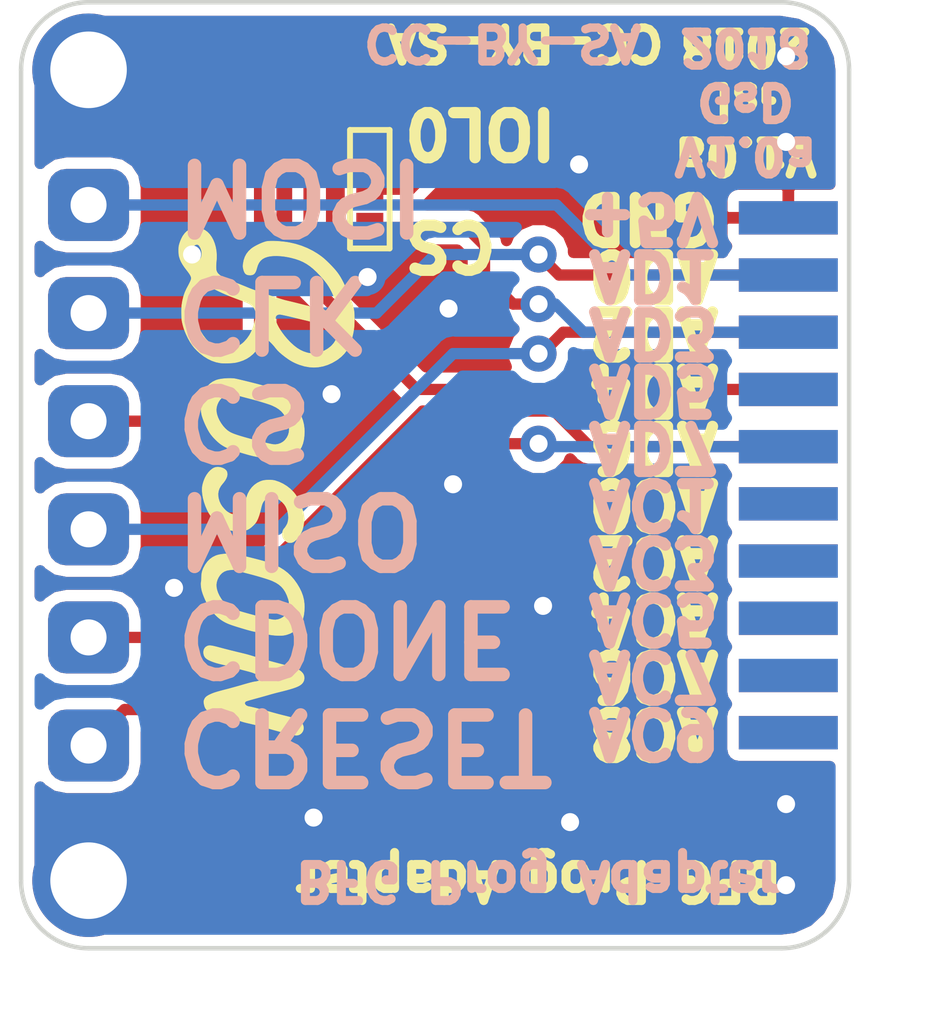
<source format=kicad_pcb>
(kicad_pcb (version 20171130) (host pcbnew "(5.0.0-rc2-dev-321-g78161b592)")

  (general
    (thickness 1.6)
    (drawings 42)
    (tracks 69)
    (zones 0)
    (modules 6)
    (nets 21)
  )

  (page A4)
  (title_block
    (date "sam. 04 avril 2015")
  )

  (layers
    (0 F.Cu signal)
    (31 B.Cu signal)
    (32 B.Adhes user)
    (33 F.Adhes user)
    (34 B.Paste user)
    (35 F.Paste user)
    (36 B.SilkS user)
    (37 F.SilkS user)
    (38 B.Mask user)
    (39 F.Mask user)
    (40 Dwgs.User user)
    (41 Cmts.User user)
    (42 Eco1.User user)
    (43 Eco2.User user)
    (44 Edge.Cuts user)
    (45 Margin user)
    (46 B.CrtYd user)
    (47 F.CrtYd user)
    (48 B.Fab user)
    (49 F.Fab user)
  )

  (setup
    (last_trace_width 0.25)
    (user_trace_width 0.12)
    (user_trace_width 0.15)
    (user_trace_width 0.18)
    (user_trace_width 0.2)
    (user_trace_width 0.25)
    (trace_clearance 0.2)
    (zone_clearance 0.25)
    (zone_45_only no)
    (trace_min 0.12)
    (segment_width 0.15)
    (edge_width 0.1)
    (via_size 0.8)
    (via_drill 0.4)
    (via_min_size 0.4)
    (via_min_drill 0.25)
    (uvia_size 0.3)
    (uvia_drill 0.1)
    (uvias_allowed no)
    (uvia_min_size 0.2)
    (uvia_min_drill 0.1)
    (pcb_text_width 0.3)
    (pcb_text_size 1.5 1.5)
    (mod_edge_width 0.15)
    (mod_text_size 0 0)
    (mod_text_width 0)
    (pad_size 0.2 1.6)
    (pad_drill 0)
    (pad_to_mask_clearance 0.035)
    (pad_to_paste_clearance -0.035)
    (aux_axis_origin 132.95 81)
    (grid_origin 132.95 81)
    (visible_elements 7FFFFFFF)
    (pcbplotparams
      (layerselection 0x010fc_ffffffff)
      (usegerberextensions true)
      (usegerberattributes false)
      (usegerberadvancedattributes false)
      (creategerberjobfile false)
      (excludeedgelayer true)
      (linewidth 0.100000)
      (plotframeref false)
      (viasonmask false)
      (mode 1)
      (useauxorigin true)
      (hpglpennumber 1)
      (hpglpenspeed 20)
      (hpglpendiameter 15)
      (psnegative false)
      (psa4output false)
      (plotreference false)
      (plotvalue false)
      (plotinvisibletext false)
      (padsonsilk false)
      (subtractmaskfromsilk true)
      (outputformat 1)
      (mirror false)
      (drillshape 0)
      (scaleselection 1)
      (outputdirectory output/gerber))
  )

  (net 0 "")
  (net 1 GND)
  (net 2 /GPIOH9)
  (net 3 /GPIOH7)
  (net 4 /GPIOH5)
  (net 5 /GPIOH3)
  (net 6 /GPIOH1)
  (net 7 /GPIOH8)
  (net 8 /GPIOH6)
  (net 9 /GPIOH4)
  (net 10 /GPIOH2)
  (net 11 /GPIOH0)
  (net 12 /GPIOL2)
  (net 13 /GPIOL0)
  (net 14 /DI)
  (net 15 /SK)
  (net 16 /GPIOL3)
  (net 17 /GPIOL1)
  (net 18 /CS)
  (net 19 /DO)
  (net 20 +5V)

  (net_class Default "This is the default net class."
    (clearance 0.2)
    (trace_width 0.25)
    (via_dia 0.8)
    (via_drill 0.4)
    (uvia_dia 0.3)
    (uvia_drill 0.1)
    (add_net +5V)
    (add_net /CS)
    (add_net /DI)
    (add_net /DO)
    (add_net /GPIOH0)
    (add_net /GPIOH1)
    (add_net /GPIOH2)
    (add_net /GPIOH3)
    (add_net /GPIOH4)
    (add_net /GPIOH5)
    (add_net /GPIOH6)
    (add_net /GPIOH7)
    (add_net /GPIOH8)
    (add_net /GPIOH9)
    (add_net /GPIOL0)
    (add_net /GPIOL1)
    (add_net /GPIOL2)
    (add_net /GPIOL3)
    (add_net /SK)
    (add_net GND)
  )

  (module LOGO (layer F.Cu) (tedit 5ABDAA29) (tstamp 5ABDAA41)
    (at 137.95 100.5 270)
    (fp_text reference G*** (at 0 0 270) (layer F.SilkS) hide
      (effects (font (size 1.524 1.524) (thickness 0.3)))
    )
    (fp_text value LOGO (at 0.75 0 270) (layer F.SilkS) hide
      (effects (font (size 1.524 1.524) (thickness 0.3)))
    )
    (fp_poly (pts (xy -4.453397 -1.28747) (xy -4.423939 -1.276601) (xy -4.400993 -1.263164) (xy -4.379873 -1.246785)
      (xy -4.360211 -1.226605) (xy -4.341639 -1.201766) (xy -4.32379 -1.17141) (xy -4.306296 -1.13468)
      (xy -4.288789 -1.090717) (xy -4.270902 -1.038663) (xy -4.252267 -0.977662) (xy -4.232516 -0.906854)
      (xy -4.211282 -0.825382) (xy -4.188196 -0.732388) (xy -4.184916 -0.718895) (xy -4.173309 -0.672593)
      (xy -4.159649 -0.620515) (xy -4.145391 -0.568075) (xy -4.13199 -0.520688) (xy -4.127734 -0.50617)
      (xy -4.118003 -0.472776) (xy -4.105756 -0.429815) (xy -4.09175 -0.379989) (xy -4.07674 -0.326004)
      (xy -4.06148 -0.270563) (xy -4.046727 -0.21637) (xy -4.044884 -0.20955) (xy -4.031662 -0.161199)
      (xy -4.019032 -0.116162) (xy -4.007481 -0.076079) (xy -3.997491 -0.042594) (xy -3.989549 -0.017349)
      (xy -3.984138 -0.001984) (xy -3.982631 0.001318) (xy -3.966138 0.02073) (xy -3.946905 0.02915)
      (xy -3.9265 0.027531) (xy -3.90649 0.016828) (xy -3.888445 -0.002006) (xy -3.873932 -0.028017)
      (xy -3.86452 -0.06025) (xy -3.862862 -0.071546) (xy -3.859926 -0.08885) (xy -3.854014 -0.116676)
      (xy -3.84556 -0.153311) (xy -3.835 -0.197043) (xy -3.822769 -0.24616) (xy -3.809303 -0.29895)
      (xy -3.795035 -0.353702) (xy -3.780402 -0.408703) (xy -3.765838 -0.462241) (xy -3.751779 -0.512605)
      (xy -3.742771 -0.544019) (xy -3.729193 -0.591929) (xy -3.713777 -0.648256) (xy -3.697568 -0.709053)
      (xy -3.681615 -0.770368) (xy -3.666963 -0.828253) (xy -3.660686 -0.853717) (xy -3.647128 -0.908519)
      (xy -3.635675 -0.952794) (xy -3.625745 -0.988432) (xy -3.616762 -1.017319) (xy -3.608145 -1.041342)
      (xy -3.599315 -1.062391) (xy -3.591863 -1.078048) (xy -3.578267 -1.106112) (xy -3.56554 -1.133751)
      (xy -3.55573 -1.156467) (xy -3.552997 -1.163394) (xy -3.532166 -1.202923) (xy -3.503516 -1.234539)
      (xy -3.469001 -1.257771) (xy -3.430574 -1.272146) (xy -3.390185 -1.277193) (xy -3.349789 -1.272439)
      (xy -3.311337 -1.257414) (xy -3.276782 -1.231646) (xy -3.275557 -1.230433) (xy -3.259156 -1.21116)
      (xy -3.244935 -1.189761) (xy -3.24173 -1.183662) (xy -3.235207 -1.165887) (xy -3.230145 -1.144629)
      (xy -3.226967 -1.123312) (xy -3.226093 -1.105364) (xy -3.227945 -1.094208) (xy -3.230484 -1.0922)
      (xy -3.234324 -1.086985) (xy -3.234047 -1.077913) (xy -3.234293 -1.066095) (xy -3.237035 -1.045105)
      (xy -3.241791 -1.018116) (xy -3.246846 -0.993775) (xy -3.253361 -0.966038) (xy -3.262784 -0.928185)
      (xy -3.27455 -0.882319) (xy -3.288095 -0.830542) (xy -3.302855 -0.774954) (xy -3.318267 -0.717659)
      (xy -3.333767 -0.660756) (xy -3.34879 -0.606349) (xy -3.362773 -0.556538) (xy -3.375152 -0.513426)
      (xy -3.381433 -0.492125) (xy -3.411395 -0.389343) (xy -3.437514 -0.294109) (xy -3.460886 -0.202271)
      (xy -3.482608 -0.109677) (xy -3.483479 -0.105809) (xy -3.495998 -0.050712) (xy -3.506776 -0.005168)
      (xy -3.516639 0.033709) (xy -3.526413 0.068805) (xy -3.536924 0.103004) (xy -3.549 0.139192)
      (xy -3.563466 0.180254) (xy -3.57289 0.206375) (xy -3.590166 0.255448) (xy -3.605486 0.302453)
      (xy -3.619564 0.350004) (xy -3.633113 0.400714) (xy -3.646846 0.457198) (xy -3.661476 0.522068)
      (xy -3.670778 0.56515) (xy -3.679078 0.603122) (xy -3.686809 0.636704) (xy -3.693493 0.663965)
      (xy -3.698655 0.682974) (xy -3.701816 0.691801) (xy -3.702119 0.69215) (xy -3.706299 0.699274)
      (xy -3.713068 0.715429) (xy -3.721171 0.737541) (xy -3.723722 0.745019) (xy -3.744764 0.799772)
      (xy -3.768066 0.843221) (xy -3.795111 0.876737) (xy -3.827383 0.901695) (xy -3.866363 0.919466)
      (xy -3.913537 0.931421) (xy -3.927781 0.933817) (xy -3.955254 0.937549) (xy -3.974919 0.938521)
      (xy -3.9914 0.936577) (xy -4.009317 0.93156) (xy -4.011025 0.930997) (xy -4.042371 0.917418)
      (xy -4.068835 0.898237) (xy -4.092305 0.871493) (xy -4.114675 0.835224) (xy -4.127218 0.810454)
      (xy -4.140512 0.781885) (xy -4.152587 0.753794) (xy -4.163966 0.724542) (xy -4.175171 0.692494)
      (xy -4.186722 0.656012) (xy -4.199142 0.61346) (xy -4.212954 0.563199) (xy -4.228679 0.503595)
      (xy -4.243903 0.4445) (xy -4.259036 0.386485) (xy -4.276796 0.320308) (xy -4.296084 0.249945)
      (xy -4.315801 0.179375) (xy -4.334847 0.112576) (xy -4.350104 0.060325) (xy -4.364925 0.009377)
      (xy -4.378666 -0.039577) (xy -4.390833 -0.084653) (xy -4.400934 -0.123967) (xy -4.408477 -0.155635)
      (xy -4.41297 -0.177773) (xy -4.413783 -0.183359) (xy -4.42167 -0.235459) (xy -4.432377 -0.276261)
      (xy -4.446506 -0.306975) (xy -4.464662 -0.328808) (xy -4.487449 -0.342969) (xy -4.494964 -0.345798)
      (xy -4.517208 -0.351183) (xy -4.534936 -0.350048) (xy -4.549198 -0.341217) (xy -4.561045 -0.323516)
      (xy -4.571526 -0.295772) (xy -4.581692 -0.256809) (xy -4.584094 -0.246146) (xy -4.591274 -0.218372)
      (xy -4.599781 -0.192433) (xy -4.607989 -0.173181) (xy -4.609436 -0.170586) (xy -4.615047 -0.15764)
      (xy -4.622933 -0.134525) (xy -4.632436 -0.103432) (xy -4.642896 -0.066548) (xy -4.653653 -0.026062)
      (xy -4.657269 -0.011836) (xy -4.670201 0.038414) (xy -4.685106 0.094297) (xy -4.700712 0.151174)
      (xy -4.715748 0.204409) (xy -4.727476 0.244475) (xy -4.740843 0.29054) (xy -4.754743 0.340933)
      (xy -4.767995 0.391204) (xy -4.779417 0.436902) (xy -4.785638 0.46355) (xy -4.799763 0.525813)
      (xy -4.812049 0.577756) (xy -4.823098 0.62152) (xy -4.833513 0.659246) (xy -4.843897 0.693077)
      (xy -4.854851 0.725155) (xy -4.86698 0.757622) (xy -4.871943 0.770309) (xy -4.894112 0.821459)
      (xy -4.916208 0.861506) (xy -4.939449 0.891983) (xy -4.965052 0.914422) (xy -4.994232 0.930354)
      (xy -5.001198 0.933118) (xy -5.042162 0.943316) (xy -5.084365 0.944853) (xy -5.122914 0.937603)
      (xy -5.126311 0.936415) (xy -5.161309 0.919226) (xy -5.18698 0.895766) (xy -5.205491 0.864921)
      (xy -5.212122 0.848219) (xy -5.216427 0.830898) (xy -5.218225 0.81145) (xy -5.217339 0.788365)
      (xy -5.21359 0.760134) (xy -5.206798 0.725249) (xy -5.196786 0.6822) (xy -5.183373 0.629478)
      (xy -5.172878 0.589803) (xy -5.142537 0.474335) (xy -5.111197 0.351614) (xy -5.080171 0.226874)
      (xy -5.050771 0.105351) (xy -5.038964 0.05543) (xy -5.028392 0.01291) (xy -5.015153 -0.036553)
      (xy -5.000661 -0.087873) (xy -4.986331 -0.135966) (xy -4.980657 -0.15412) (xy -4.961738 -0.215243)
      (xy -4.940365 -0.28727) (xy -4.916948 -0.368731) (xy -4.891895 -0.458158) (xy -4.865617 -0.554081)
      (xy -4.838524 -0.65503) (xy -4.811025 -0.759537) (xy -4.800581 -0.799777) (xy -4.787134 -0.851323)
      (xy -4.77378 -0.901675) (xy -4.761081 -0.948775) (xy -4.749598 -0.990567) (xy -4.739893 -1.024993)
      (xy -4.732528 -1.049998) (xy -4.730347 -1.056952) (xy -4.705475 -1.121484) (xy -4.675726 -1.177197)
      (xy -4.641791 -1.223113) (xy -4.604365 -1.258257) (xy -4.573714 -1.27731) (xy -4.536138 -1.289578)
      (xy -4.494461 -1.292957) (xy -4.453397 -1.28747)) (layer F.SilkS) (width 0.01))
    (fp_poly (pts (xy -7.97915 -1.294035) (xy -7.969841 -1.291195) (xy -7.96925 -1.289963) (xy -7.963418 -1.286924)
      (xy -7.947945 -1.283724) (xy -7.925869 -1.28095) (xy -7.919772 -1.2804) (xy -7.855104 -1.270391)
      (xy -7.790241 -1.251789) (xy -7.727145 -1.22574) (xy -7.667779 -1.19339) (xy -7.614105 -1.155886)
      (xy -7.568086 -1.114372) (xy -7.531683 -1.069996) (xy -7.516536 -1.044907) (xy -7.504739 -1.010145)
      (xy -7.502124 -0.971405) (xy -7.508578 -0.933363) (xy -7.519888 -0.907091) (xy -7.544396 -0.874091)
      (xy -7.575509 -0.845046) (xy -7.609374 -0.823232) (xy -7.627639 -0.815548) (xy -7.662468 -0.808149)
      (xy -7.700528 -0.806929) (xy -7.738585 -0.811329) (xy -7.773409 -0.82079) (xy -7.801769 -0.834753)
      (xy -7.817275 -0.848351) (xy -7.83064 -0.860573) (xy -7.852055 -0.875919) (xy -7.878012 -0.892248)
      (xy -7.905004 -0.907419) (xy -7.929521 -0.919293) (xy -7.940675 -0.923642) (xy -7.998738 -0.937325)
      (xy -8.062464 -0.941761) (xy -8.129169 -0.937272) (xy -8.196166 -0.924181) (xy -8.26077 -0.902809)
      (xy -8.310034 -0.879354) (xy -8.354471 -0.849504) (xy -8.398225 -0.810634) (xy -8.438042 -0.766159)
      (xy -8.47067 -0.719494) (xy -8.482236 -0.6985) (xy -8.495326 -0.669726) (xy -8.506659 -0.640118)
      (xy -8.514344 -0.61477) (xy -8.515793 -0.608013) (xy -8.518484 -0.558153) (xy -8.509045 -0.509287)
      (xy -8.488035 -0.462966) (xy -8.456012 -0.420741) (xy -8.444205 -0.408978) (xy -8.415857 -0.386005)
      (xy -8.383702 -0.367408) (xy -8.345119 -0.352017) (xy -8.297486 -0.338659) (xy -8.275891 -0.333749)
      (xy -8.188595 -0.312862) (xy -8.11118 -0.290125) (xy -8.044691 -0.265866) (xy -8.00735 -0.249206)
      (xy -7.979718 -0.235044) (xy -7.957029 -0.22133) (xy -7.935904 -0.205554) (xy -7.912962 -0.1852)
      (xy -7.886182 -0.159111) (xy -7.845393 -0.114931) (xy -7.813778 -0.071911) (xy -7.790404 -0.027632)
      (xy -7.774338 0.020329) (xy -7.764646 0.07439) (xy -7.760396 0.136974) (xy -7.76001 0.168275)
      (xy -7.762172 0.229861) (xy -7.768191 0.290883) (xy -7.777565 0.347969) (xy -7.789795 0.397744)
      (xy -7.797519 0.420683) (xy -7.808075 0.443277) (xy -7.824965 0.473373) (xy -7.846608 0.508539)
      (xy -7.87142 0.546346) (xy -7.897822 0.584365) (xy -7.92423 0.620165) (xy -7.94246 0.643327)
      (xy -8.007607 0.713536) (xy -8.082256 0.775729) (xy -8.166718 0.830139) (xy -8.230446 0.863065)
      (xy -8.31631 0.899801) (xy -8.403027 0.929779) (xy -8.48876 0.952617) (xy -8.571674 0.967932)
      (xy -8.649933 0.975342) (xy -8.721701 0.974464) (xy -8.7503 0.971416) (xy -8.798388 0.961901)
      (xy -8.851931 0.946591) (xy -8.906031 0.927048) (xy -8.950325 0.907537) (xy -9.007392 0.875251)
      (xy -9.059777 0.83682) (xy -9.105399 0.79415) (xy -9.142178 0.749145) (xy -9.164465 0.711452)
      (xy -9.177458 0.671255) (xy -9.181416 0.625793) (xy -9.176858 0.578168) (xy -9.164309 0.531477)
      (xy -9.144289 0.488821) (xy -9.121801 0.458064) (xy -9.097796 0.436825) (xy -9.070337 0.42398)
      (xy -9.036249 0.418341) (xy -9.014232 0.417871) (xy -8.976892 0.423611) (xy -8.934928 0.439208)
      (xy -8.890302 0.463661) (xy -8.84498 0.495968) (xy -8.820852 0.516379) (xy -8.764476 0.560979)
      (xy -8.708113 0.593271) (xy -8.650606 0.613589) (xy -8.5908 0.622271) (xy -8.527539 0.619653)
      (xy -8.48877 0.613081) (xy -8.420413 0.593752) (xy -8.358166 0.565518) (xy -8.299774 0.527131)
      (xy -8.242979 0.477338) (xy -8.241877 0.47625) (xy -8.21462 0.448201) (xy -8.19429 0.424151)
      (xy -8.177924 0.400133) (xy -8.16256 0.372178) (xy -8.159249 0.365566) (xy -8.146352 0.338945)
      (xy -8.138167 0.319156) (xy -8.133624 0.301725) (xy -8.131652 0.282174) (xy -8.131183 0.25603)
      (xy -8.131175 0.248091) (xy -8.131531 0.218525) (xy -8.133119 0.197679) (xy -8.136726 0.181581)
      (xy -8.143135 0.166259) (xy -8.149832 0.153647) (xy -8.174645 0.117492) (xy -8.206254 0.087408)
      (xy -8.245986 0.062605) (xy -8.295168 0.042292) (xy -8.355127 0.025681) (xy -8.370249 0.02237)
      (xy -8.444204 0.005318) (xy -8.509902 -0.012958) (xy -8.565661 -0.031961) (xy -8.595365 -0.044279)
      (xy -8.666921 -0.083244) (xy -8.7302 -0.131172) (xy -8.784485 -0.187247) (xy -8.829058 -0.250654)
      (xy -8.863199 -0.320579) (xy -8.878425 -0.365485) (xy -8.886205 -0.402721) (xy -8.891263 -0.448143)
      (xy -8.893555 -0.497835) (xy -8.893039 -0.547882) (xy -8.889673 -0.594367) (xy -8.883414 -0.633375)
      (xy -8.881433 -0.64135) (xy -8.850214 -0.73363) (xy -8.808118 -0.822485) (xy -8.756298 -0.9062)
      (xy -8.695909 -0.983058) (xy -8.628106 -1.051343) (xy -8.578058 -1.092226) (xy -8.520752 -1.130325)
      (xy -8.453746 -1.167132) (xy -8.38004 -1.201446) (xy -8.302635 -1.232066) (xy -8.224531 -1.257793)
      (xy -8.148728 -1.277425) (xy -8.087569 -1.288531) (xy -8.054515 -1.29238) (xy -8.023851 -1.2946)
      (xy -7.997941 -1.295161) (xy -7.97915 -1.294035)) (layer F.SilkS) (width 0.01))
    (fp_poly (pts (xy -5.979509 -1.292542) (xy -5.891585 -1.281182) (xy -5.812348 -1.261972) (xy -5.740965 -1.234669)
      (xy -5.676607 -1.199027) (xy -5.630825 -1.165345) (xy -5.57245 -1.109196) (xy -5.524338 -1.045692)
      (xy -5.486769 -0.975327) (xy -5.460022 -0.898595) (xy -5.448006 -0.842088) (xy -5.443724 -0.801166)
      (xy -5.442161 -0.751323) (xy -5.443151 -0.696008) (xy -5.446529 -0.638666) (xy -5.45213 -0.582745)
      (xy -5.459789 -0.531694) (xy -5.463874 -0.511175) (xy -5.470305 -0.481115) (xy -5.478498 -0.441897)
      (xy -5.487772 -0.396827) (xy -5.497449 -0.34921) (xy -5.506849 -0.302353) (xy -5.508256 -0.295275)
      (xy -5.518437 -0.244407) (xy -5.527435 -0.200724) (xy -5.535822 -0.161982) (xy -5.544171 -0.125938)
      (xy -5.553053 -0.090351) (xy -5.563043 -0.052977) (xy -5.574711 -0.011573) (xy -5.58863 0.036104)
      (xy -5.605373 0.092296) (xy -5.617293 0.131964) (xy -5.639808 0.205714) (xy -5.659856 0.268789)
      (xy -5.678107 0.322817) (xy -5.695229 0.369428) (xy -5.711894 0.410254) (xy -5.728771 0.446923)
      (xy -5.74653 0.481065) (xy -5.765842 0.514311) (xy -5.787375 0.548291) (xy -5.790109 0.55245)
      (xy -5.816603 0.588385) (xy -5.851104 0.628861) (xy -5.891093 0.67131) (xy -5.934051 0.713167)
      (xy -5.97746 0.751865) (xy -6.016625 0.783219) (xy -6.060655 0.813121) (xy -6.114128 0.844562)
      (xy -6.174127 0.876169) (xy -6.237733 0.906567) (xy -6.302028 0.934385) (xy -6.364096 0.958248)
      (xy -6.421016 0.976783) (xy -6.43759 0.981344) (xy -6.470204 0.988577) (xy -6.505907 0.99441)
      (xy -6.541812 0.9986) (xy -6.575033 1.000899) (xy -6.602682 1.001062) (xy -6.621873 0.998845)
      (xy -6.626225 0.997384) (xy -6.637339 0.995051) (xy -6.658154 0.993076) (xy -6.685673 0.991669)
      (xy -6.716298 0.991046) (xy -6.777076 0.98876) (xy -6.829405 0.982166) (xy -6.877026 0.97051)
      (xy -6.923684 0.953038) (xy -6.938606 0.94629) (xy -7.015371 0.904668) (xy -7.081077 0.856885)
      (xy -7.135836 0.802821) (xy -7.179762 0.742355) (xy -7.212966 0.675367) (xy -7.225676 0.639088)
      (xy -7.237197 0.592162) (xy -7.246358 0.536161) (xy -7.252929 0.474531) (xy -7.256681 0.410715)
      (xy -7.257385 0.34816) (xy -7.254812 0.290311) (xy -7.253706 0.279923) (xy -6.904498 0.279923)
      (xy -6.903217 0.307947) (xy -6.900571 0.339645) (xy -6.896816 0.372067) (xy -6.89221 0.402266)
      (xy -6.88701 0.427292) (xy -6.885814 0.4318) (xy -6.864105 0.486388) (xy -6.831353 0.535146)
      (xy -6.788036 0.577594) (xy -6.734629 0.61325) (xy -6.681492 0.637923) (xy -6.625805 0.655085)
      (xy -6.57117 0.662229) (xy -6.514462 0.659485) (xy -6.453576 0.647249) (xy -6.389788 0.625748)
      (xy -6.324634 0.595147) (xy -6.260772 0.557244) (xy -6.200863 0.513836) (xy -6.147565 0.466721)
      (xy -6.103537 0.417696) (xy -6.092987 0.403525) (xy -6.074598 0.376284) (xy -6.058789 0.349483)
      (xy -6.044327 0.320474) (xy -6.029975 0.286606) (xy -6.014497 0.245229) (xy -6.000653 0.205465)
      (xy -5.986618 0.16246) (xy -5.970714 0.110567) (xy -5.953367 0.051434) (xy -5.935009 -0.013291)
      (xy -5.916068 -0.081961) (xy -5.896973 -0.152927) (xy -5.878152 -0.224543) (xy -5.860036 -0.295159)
      (xy -5.843053 -0.363129) (xy -5.827632 -0.426803) (xy -5.814203 -0.484536) (xy -5.803193 -0.534678)
      (xy -5.795033 -0.575582) (xy -5.790913 -0.600075) (xy -5.788846 -0.656348) (xy -5.798049 -0.71344)
      (xy -5.817572 -0.768712) (xy -5.846467 -0.819528) (xy -5.883782 -0.863247) (xy -5.886609 -0.865904)
      (xy -5.939397 -0.906486) (xy -5.997387 -0.93577) (xy -6.059625 -0.953562) (xy -6.125156 -0.95967)
      (xy -6.193025 -0.953903) (xy -6.252083 -0.939442) (xy -6.336115 -0.908914) (xy -6.409163 -0.873821)
      (xy -6.472477 -0.833012) (xy -6.527307 -0.785336) (xy -6.574903 -0.729642) (xy -6.616513 -0.664778)
      (xy -6.653388 -0.589593) (xy -6.666665 -0.557452) (xy -6.679652 -0.522349) (xy -6.695077 -0.476964)
      (xy -6.712324 -0.423346) (xy -6.730777 -0.36354) (xy -6.749821 -0.299594) (xy -6.768839 -0.233553)
      (xy -6.787215 -0.167465) (xy -6.804335 -0.103376) (xy -6.810535 -0.079375) (xy -6.82888 -0.00828)
      (xy -6.845805 0.05596) (xy -6.861067 0.112473) (xy -6.87442 0.160389) (xy -6.885622 0.198837)
      (xy -6.894428 0.226948) (xy -6.900593 0.24385) (xy -6.901937 0.24669) (xy -6.904157 0.258522)
      (xy -6.904498 0.279923) (xy -7.253706 0.279923) (xy -7.251161 0.256046) (xy -7.247899 0.237816)
      (xy -7.241793 0.208848) (xy -7.233225 0.170691) (xy -7.222579 0.124889) (xy -7.210237 0.072991)
      (xy -7.196582 0.016542) (xy -7.181996 -0.04291) (xy -7.166863 -0.103821) (xy -7.151565 -0.164642)
      (xy -7.136485 -0.223827) (xy -7.122006 -0.27983) (xy -7.108511 -0.331105) (xy -7.096381 -0.376104)
      (xy -7.086001 -0.413281) (xy -7.082586 -0.425067) (xy -7.043582 -0.544453) (xy -6.999664 -0.652846)
      (xy -6.950143 -0.751232) (xy -6.894329 -0.840597) (xy -6.831534 -0.921923) (xy -6.761067 -0.996197)
      (xy -6.68224 -1.064403) (xy -6.594364 -1.127526) (xy -6.588125 -1.131604) (xy -6.497799 -1.185716)
      (xy -6.410277 -1.22845) (xy -6.323933 -1.260328) (xy -6.237143 -1.281874) (xy -6.148282 -1.293612)
      (xy -6.07695 -1.296297) (xy -5.979509 -1.292542)) (layer F.SilkS) (width 0.01))
    (fp_poly (pts (xy -9.872059 -1.292542) (xy -9.784135 -1.281182) (xy -9.704898 -1.261972) (xy -9.633515 -1.234669)
      (xy -9.569157 -1.199027) (xy -9.523375 -1.165345) (xy -9.465 -1.109196) (xy -9.416888 -1.045692)
      (xy -9.379319 -0.975327) (xy -9.352572 -0.898595) (xy -9.340556 -0.842088) (xy -9.336274 -0.801166)
      (xy -9.334711 -0.751323) (xy -9.335701 -0.696008) (xy -9.339079 -0.638666) (xy -9.34468 -0.582745)
      (xy -9.352339 -0.531694) (xy -9.356424 -0.511175) (xy -9.362855 -0.481115) (xy -9.371048 -0.441897)
      (xy -9.380322 -0.396827) (xy -9.389999 -0.34921) (xy -9.399399 -0.302353) (xy -9.400806 -0.295275)
      (xy -9.410987 -0.244407) (xy -9.419985 -0.200724) (xy -9.428372 -0.161982) (xy -9.436721 -0.125938)
      (xy -9.445603 -0.090351) (xy -9.455593 -0.052977) (xy -9.467261 -0.011573) (xy -9.48118 0.036104)
      (xy -9.497923 0.092296) (xy -9.509843 0.131964) (xy -9.532358 0.205714) (xy -9.552406 0.268789)
      (xy -9.570657 0.322817) (xy -9.587779 0.369428) (xy -9.604444 0.410254) (xy -9.621321 0.446923)
      (xy -9.63908 0.481065) (xy -9.658392 0.514311) (xy -9.679925 0.548291) (xy -9.682659 0.55245)
      (xy -9.709153 0.588385) (xy -9.743654 0.628861) (xy -9.783643 0.67131) (xy -9.826601 0.713167)
      (xy -9.87001 0.751865) (xy -9.909175 0.783219) (xy -9.953205 0.813121) (xy -10.006678 0.844562)
      (xy -10.066677 0.876169) (xy -10.130283 0.906567) (xy -10.194578 0.934385) (xy -10.256646 0.958248)
      (xy -10.313566 0.976783) (xy -10.33014 0.981344) (xy -10.362754 0.988577) (xy -10.398457 0.99441)
      (xy -10.434362 0.9986) (xy -10.467583 1.000899) (xy -10.495232 1.001062) (xy -10.514423 0.998845)
      (xy -10.518775 0.997384) (xy -10.529889 0.995051) (xy -10.550704 0.993076) (xy -10.578223 0.991669)
      (xy -10.608848 0.991046) (xy -10.669626 0.98876) (xy -10.721955 0.982166) (xy -10.769576 0.97051)
      (xy -10.816234 0.953038) (xy -10.831156 0.94629) (xy -10.907921 0.904668) (xy -10.973627 0.856885)
      (xy -11.028386 0.802821) (xy -11.072312 0.742355) (xy -11.105516 0.675367) (xy -11.118226 0.639088)
      (xy -11.129747 0.592162) (xy -11.138908 0.536161) (xy -11.145479 0.474531) (xy -11.149231 0.410715)
      (xy -11.149935 0.34816) (xy -11.147362 0.290311) (xy -11.146256 0.279923) (xy -10.797048 0.279923)
      (xy -10.795767 0.307947) (xy -10.793121 0.339645) (xy -10.789366 0.372067) (xy -10.78476 0.402266)
      (xy -10.77956 0.427292) (xy -10.778364 0.4318) (xy -10.756655 0.486388) (xy -10.723903 0.535146)
      (xy -10.680586 0.577594) (xy -10.627179 0.61325) (xy -10.574042 0.637923) (xy -10.518355 0.655085)
      (xy -10.46372 0.662229) (xy -10.407012 0.659485) (xy -10.346126 0.647249) (xy -10.282338 0.625748)
      (xy -10.217184 0.595147) (xy -10.153322 0.557244) (xy -10.093413 0.513836) (xy -10.040115 0.466721)
      (xy -9.996087 0.417696) (xy -9.985537 0.403525) (xy -9.967148 0.376284) (xy -9.951339 0.349483)
      (xy -9.936877 0.320474) (xy -9.922525 0.286606) (xy -9.907047 0.245229) (xy -9.893203 0.205465)
      (xy -9.879168 0.16246) (xy -9.863264 0.110567) (xy -9.845917 0.051434) (xy -9.827559 -0.013291)
      (xy -9.808618 -0.081961) (xy -9.789523 -0.152927) (xy -9.770702 -0.224543) (xy -9.752586 -0.295159)
      (xy -9.735603 -0.363129) (xy -9.720182 -0.426803) (xy -9.706753 -0.484536) (xy -9.695743 -0.534678)
      (xy -9.687583 -0.575582) (xy -9.683463 -0.600075) (xy -9.681396 -0.656348) (xy -9.690599 -0.71344)
      (xy -9.710122 -0.768712) (xy -9.739017 -0.819528) (xy -9.776332 -0.863247) (xy -9.779159 -0.865904)
      (xy -9.831947 -0.906486) (xy -9.889937 -0.93577) (xy -9.952175 -0.953562) (xy -10.017706 -0.95967)
      (xy -10.085575 -0.953903) (xy -10.144633 -0.939442) (xy -10.228665 -0.908914) (xy -10.301713 -0.873821)
      (xy -10.365027 -0.833012) (xy -10.419857 -0.785336) (xy -10.467453 -0.729642) (xy -10.509063 -0.664778)
      (xy -10.545938 -0.589593) (xy -10.559215 -0.557452) (xy -10.572202 -0.522349) (xy -10.587627 -0.476964)
      (xy -10.604874 -0.423346) (xy -10.623327 -0.36354) (xy -10.642371 -0.299594) (xy -10.661389 -0.233553)
      (xy -10.679765 -0.167465) (xy -10.696885 -0.103376) (xy -10.703085 -0.079375) (xy -10.72143 -0.00828)
      (xy -10.738355 0.05596) (xy -10.753617 0.112473) (xy -10.76697 0.160389) (xy -10.778172 0.198837)
      (xy -10.786978 0.226948) (xy -10.793143 0.24385) (xy -10.794487 0.24669) (xy -10.796707 0.258522)
      (xy -10.797048 0.279923) (xy -11.146256 0.279923) (xy -11.143711 0.256046) (xy -11.140449 0.237816)
      (xy -11.134343 0.208848) (xy -11.125775 0.170691) (xy -11.115129 0.124889) (xy -11.102787 0.072991)
      (xy -11.089132 0.016542) (xy -11.074546 -0.04291) (xy -11.059413 -0.103821) (xy -11.044115 -0.164642)
      (xy -11.029035 -0.223827) (xy -11.014556 -0.27983) (xy -11.001061 -0.331105) (xy -10.988931 -0.376104)
      (xy -10.978551 -0.413281) (xy -10.975136 -0.425067) (xy -10.936132 -0.544453) (xy -10.892214 -0.652846)
      (xy -10.842693 -0.751232) (xy -10.786879 -0.840597) (xy -10.724084 -0.921923) (xy -10.653617 -0.996197)
      (xy -10.57479 -1.064403) (xy -10.486914 -1.127526) (xy -10.480675 -1.131604) (xy -10.390349 -1.185716)
      (xy -10.302827 -1.22845) (xy -10.216483 -1.260328) (xy -10.129693 -1.281874) (xy -10.040832 -1.293612)
      (xy -9.9695 -1.296297) (xy -9.872059 -1.292542)) (layer F.SilkS) (width 0.01))
    (fp_poly (pts (xy -12.387954 -2.405744) (xy -12.322602 -2.402702) (xy -12.26182 -2.39704) (xy -12.201806 -2.388271)
      (xy -12.138758 -2.375912) (xy -12.068874 -2.359478) (xy -12.045667 -2.353594) (xy -11.946196 -2.323068)
      (xy -11.85638 -2.284845) (xy -11.77533 -2.238301) (xy -11.702154 -2.182816) (xy -11.635962 -2.117766)
      (xy -11.575864 -2.04253) (xy -11.553547 -2.009775) (xy -11.496811 -1.91232) (xy -11.452673 -1.81328)
      (xy -11.421139 -1.712754) (xy -11.40222 -1.61084) (xy -11.395924 -1.507637) (xy -11.40226 -1.403242)
      (xy -11.421236 -1.297755) (xy -11.452861 -1.191274) (xy -11.475637 -1.13235) (xy -11.499495 -1.07836)
      (xy -11.524317 -1.029096) (xy -11.552011 -0.981311) (xy -11.584486 -0.931758) (xy -11.623652 -0.877189)
      (xy -11.633052 -0.864593) (xy -11.683013 -0.800718) (xy -11.729707 -0.74688) (xy -11.774729 -0.701385)
      (xy -11.819676 -0.662538) (xy -11.833225 -0.652046) (xy -11.864979 -0.626747) (xy -11.8972 -0.598726)
      (xy -11.928262 -0.569647) (xy -11.956539 -0.541171) (xy -11.980405 -0.514963) (xy -11.998233 -0.492684)
      (xy -12.008399 -0.475999) (xy -12.009946 -0.471309) (xy -12.011493 -0.45319) (xy -12.008385 -0.43541)
      (xy -11.999756 -0.416995) (xy -11.984739 -0.39697) (xy -11.962466 -0.374361) (xy -11.932069 -0.348194)
      (xy -11.892681 -0.317495) (xy -11.843436 -0.28129) (xy -11.835977 -0.275921) (xy -11.757596 -0.214597)
      (xy -11.690919 -0.151127) (xy -11.634966 -0.084048) (xy -11.58876 -0.011899) (xy -11.551323 0.066781)
      (xy -11.521675 0.153453) (xy -11.505434 0.217841) (xy -11.499248 0.25415) (xy -11.494267 0.299853)
      (xy -11.490603 0.351688) (xy -11.488366 0.406396) (xy -11.487666 0.460717) (xy -11.488614 0.511391)
      (xy -11.491321 0.555159) (xy -11.49338 0.573517) (xy -11.512266 0.667236) (xy -11.543294 0.759171)
      (xy -11.586578 0.849536) (xy -11.642231 0.938544) (xy -11.710366 1.02641) (xy -11.766378 1.088214)
      (xy -11.825115 1.144661) (xy -11.887398 1.194859) (xy -11.955973 1.240765) (xy -12.033586 1.284334)
      (xy -12.061825 1.298618) (xy -12.131264 1.331589) (xy -12.194149 1.358351) (xy -12.254136 1.380249)
      (xy -12.314883 1.398629) (xy -12.373717 1.413389) (xy -12.402577 1.419701) (xy -12.428677 1.424429)
      (xy -12.454958 1.427868) (xy -12.484359 1.430308) (xy -12.519822 1.432042) (xy -12.564286 1.433364)
      (xy -12.577576 1.433674) (xy -12.629741 1.43431) (xy -12.679182 1.43391) (xy -12.722941 1.432541)
      (xy -12.758057 1.430272) (xy -12.768076 1.429241) (xy -12.871688 1.412881) (xy -12.96944 1.389095)
      (xy -13.059582 1.358399) (xy -13.140362 1.321311) (xy -13.147746 1.317332) (xy -13.202962 1.287475)
      (xy -13.248492 1.263662) (xy -13.285515 1.245365) (xy -13.31521 1.232055) (xy -13.338759 1.223203)
      (xy -13.357339 1.218281) (xy -13.372126 1.216758) (xy -13.394862 1.21947) (xy -13.42034 1.228095)
      (xy -13.449884 1.243369) (xy -13.484819 1.266026) (xy -13.52647 1.296802) (xy -13.5509 1.316001)
      (xy -13.617524 1.366721) (xy -13.678717 1.40786) (xy -13.73619 1.440335) (xy -13.791656 1.465065)
      (xy -13.846828 1.482968) (xy -13.874595 1.489596) (xy -13.902112 1.493588) (xy -13.93807 1.496231)
      (xy -13.978426 1.497486) (xy -14.019141 1.497314) (xy -14.056172 1.495676) (xy -14.085477 1.492532)
      (xy -14.090214 1.491688) (xy -14.140009 1.478935) (xy -14.194543 1.459967) (xy -14.248868 1.43678)
      (xy -14.298038 1.411374) (xy -14.315891 1.400567) (xy -14.37183 1.359157) (xy -14.415956 1.313688)
      (xy -14.448744 1.263308) (xy -14.470666 1.207168) (xy -14.4822 1.144415) (xy -14.48435 1.098549)
      (xy -14.484275 1.096879) (xy -14.12238 1.096879) (xy -14.117114 1.12275) (xy -14.104824 1.146555)
      (xy -14.097254 1.155446) (xy -14.081218 1.16376) (xy -14.054978 1.168036) (xy -14.020388 1.168229)
      (xy -13.979301 1.164291) (xy -13.948369 1.159187) (xy -13.902913 1.148323) (xy -13.866787 1.13434)
      (xy -13.836728 1.115757) (xy -13.818802 1.100421) (xy -13.802594 1.083281) (xy -13.794512 1.069101)
      (xy -13.792206 1.053661) (xy -13.7922 1.052611) (xy -13.796073 1.030345) (xy -13.808709 1.013285)
      (xy -13.831633 0.999843) (xy -13.849043 0.993462) (xy -13.896809 0.984149) (xy -13.947908 0.984574)
      (xy -13.999205 0.994007) (xy -14.04757 1.011717) (xy -14.08987 1.036973) (xy -14.109917 1.054316)
      (xy -14.120142 1.072786) (xy -14.12238 1.096879) (xy -14.484275 1.096879) (xy -14.481896 1.044051)
      (xy -14.473855 0.997426) (xy -14.459214 0.954698) (xy -14.436958 0.911891) (xy -14.436558 0.911225)
      (xy -14.407293 0.871316) (xy -13.188915 0.871316) (xy -13.186026 0.893782) (xy -13.176402 0.914253)
      (xy -13.158688 0.934297) (xy -13.131534 0.955482) (xy -13.097859 0.976846) (xy -13.019124 1.021711)
      (xy -12.948071 1.057837) (xy -12.883567 1.085628) (xy -12.824481 1.105489) (xy -12.769682 1.117823)
      (xy -12.718036 1.123036) (xy -12.68899 1.122953) (xy -12.664988 1.122469) (xy -12.646751 1.123079)
      (xy -12.637228 1.124644) (xy -12.6365 1.125378) (xy -12.631117 1.127859) (xy -12.619038 1.127269)
      (xy -12.603992 1.125428) (xy -12.581153 1.123182) (xy -12.555395 1.12101) (xy -12.554747 1.12096)
      (xy -12.463156 1.108107) (xy -12.370157 1.084049) (xy -12.277922 1.049765) (xy -12.188626 1.006235)
      (xy -12.10444 0.954438) (xy -12.027538 0.895354) (xy -12.000765 0.871277) (xy -11.937789 0.804342)
      (xy -11.886338 0.732981) (xy -11.846662 0.657605) (xy -11.819009 0.578622) (xy -11.816363 0.568325)
      (xy -11.808145 0.523353) (xy -11.803336 0.471626) (xy -11.801986 0.41743) (xy -11.804145 0.365053)
      (xy -11.809863 0.318782) (xy -11.813286 0.30241) (xy -11.838669 0.224144) (xy -11.875609 0.150974)
      (xy -11.924211 0.082714) (xy -11.961297 0.041708) (xy -12.031382 -0.021344) (xy -12.108947 -0.07562)
      (xy -12.194741 -0.121521) (xy -12.289512 -0.159445) (xy -12.394008 -0.189793) (xy -12.3952 -0.190083)
      (xy -12.45062 -0.202991) (xy -12.495837 -0.212205) (xy -12.532727 -0.217954) (xy -12.563166 -0.220466)
      (xy -12.589029 -0.21997) (xy -12.612192 -0.216696) (xy -12.612584 -0.216616) (xy -12.659028 -0.20361)
      (xy -12.700114 -0.184337) (xy -12.736735 -0.157791) (xy -12.769787 -0.122965) (xy -12.800163 -0.078853)
      (xy -12.828759 -0.024447) (xy -12.856467 0.041259) (xy -12.867113 0.06985) (xy -12.902152 0.165854)
      (xy -12.934303 0.251642) (xy -12.964364 0.32915) (xy -12.993132 0.400315) (xy -13.021408 0.467074)
      (xy -13.049988 0.531362) (xy -13.079671 0.595117) (xy -13.10663 0.650875) (xy -13.130803 0.700446)
      (xy -13.149782 0.740364) (xy -13.16418 0.772271) (xy -13.17461 0.797809) (xy -13.181685 0.818619)
      (xy -13.186017 0.836343) (xy -13.18822 0.852623) (xy -13.188905 0.869101) (xy -13.188915 0.871316)
      (xy -14.407293 0.871316) (xy -14.397162 0.857501) (xy -14.347242 0.809104) (xy -14.287993 0.76647)
      (xy -14.220613 0.730037) (xy -14.146298 0.700242) (xy -14.066244 0.67752) (xy -13.981648 0.662311)
      (xy -13.893707 0.655049) (xy -13.803616 0.656173) (xy -13.750925 0.66083) (xy -13.707493 0.664888)
      (xy -13.66352 0.667199) (xy -13.621918 0.667754) (xy -13.5856 0.666546) (xy -13.557478 0.663567)
      (xy -13.54735 0.661396) (xy -13.522565 0.652751) (xy -13.499375 0.640608) (xy -13.477245 0.624121)
      (xy -13.455638 0.60244) (xy -13.434019 0.574719) (xy -13.411851 0.54011) (xy -13.388599 0.497764)
      (xy -13.363726 0.446833) (xy -13.336697 0.386471) (xy -13.306975 0.315828) (xy -13.274024 0.234058)
      (xy -13.268732 0.220683) (xy -13.248348 0.169297) (xy -13.226423 0.114427) (xy -13.204279 0.059354)
      (xy -13.183238 0.007362) (xy -13.164623 -0.03827) (xy -13.154229 -0.0635) (xy -13.141438 -0.095628)
      (xy -13.125453 -0.137789) (xy -13.107008 -0.187936) (xy -13.086835 -0.244025) (xy -13.065667 -0.304011)
      (xy -13.044239 -0.365848) (xy -13.023283 -0.427492) (xy -13.016518 -0.447675) (xy -12.991263 -0.523359)
      (xy -12.969647 -0.588291) (xy -12.951279 -0.643764) (xy -12.935764 -0.69107) (xy -12.924653 -0.725484)
      (xy -12.570319 -0.725484) (xy -12.559858 -0.693762) (xy -12.540339 -0.670133) (xy -12.516006 -0.657712)
      (xy -12.483141 -0.653638) (xy -12.442788 -0.65791) (xy -12.396841 -0.670239) (xy -12.343874 -0.69175)
      (xy -12.285156 -0.722209) (xy -12.222482 -0.760348) (xy -12.157646 -0.804898) (xy -12.092442 -0.85459)
      (xy -12.028664 -0.908156) (xy -11.968105 -0.964329) (xy -11.938 -0.994648) (xy -11.873907 -1.06593)
      (xy -11.821098 -1.135377) (xy -11.778635 -1.204612) (xy -11.745582 -1.27526) (xy -11.721003 -1.348944)
      (xy -11.711637 -1.387257) (xy -11.702596 -1.457275) (xy -11.704513 -1.530609) (xy -11.716767 -1.605355)
      (xy -11.738739 -1.679608) (xy -11.769809 -1.751464) (xy -11.809357 -1.819019) (xy -11.856763 -1.880368)
      (xy -11.880213 -1.905164) (xy -11.931333 -1.949968) (xy -11.98334 -1.983317) (xy -12.038323 -2.006399)
      (xy -12.075345 -2.016186) (xy -12.121967 -2.024119) (xy -12.159429 -2.025577) (xy -12.189793 -2.020033)
      (xy -12.215121 -2.006959) (xy -12.237475 -1.985828) (xy -12.248288 -1.971927) (xy -12.264782 -1.947067)
      (xy -12.279596 -1.920217) (xy -12.293253 -1.889839) (xy -12.306271 -1.854395) (xy -12.319172 -1.812348)
      (xy -12.332475 -1.76216) (xy -12.346701 -1.702292) (xy -12.360267 -1.640984) (xy -12.369817 -1.597974)
      (xy -12.379642 -1.555894) (xy -12.389058 -1.517517) (xy -12.397382 -1.485614) (xy -12.403932 -1.462957)
      (xy -12.404728 -1.4605) (xy -12.411926 -1.436756) (xy -12.42083 -1.40434) (xy -12.430456 -1.366993)
      (xy -12.439821 -1.328454) (xy -12.44266 -1.316229) (xy -12.452802 -1.272677) (xy -12.464722 -1.22258)
      (xy -12.477037 -1.17169) (xy -12.488365 -1.125764) (xy -12.489964 -1.119379) (xy -12.502817 -1.067412)
      (xy -12.515703 -1.013919) (xy -12.528191 -0.960806) (xy -12.539853 -0.90998) (xy -12.550256 -0.863347)
      (xy -12.558973 -0.822813) (xy -12.565572 -0.790284) (xy -12.569624 -0.767667) (xy -12.570211 -0.763609)
      (xy -12.570319 -0.725484) (xy -12.924653 -0.725484) (xy -12.92271 -0.731501) (xy -12.911724 -0.766348)
      (xy -12.902412 -0.796904) (xy -12.894382 -0.824459) (xy -12.88724 -0.850307) (xy -12.880594 -0.875738)
      (xy -12.87405 -0.902045) (xy -12.867215 -0.930519) (xy -12.859697 -0.962453) (xy -12.859053 -0.9652)
      (xy -12.849017 -1.007277) (xy -12.836094 -1.060241) (xy -12.820635 -1.122696) (xy -12.802993 -1.193251)
      (xy -12.78352 -1.270511) (xy -12.762568 -1.353082) (xy -12.740488 -1.439571) (xy -12.717633 -1.528584)
      (xy -12.694355 -1.618728) (xy -12.681039 -1.67005) (xy -12.67123 -1.707176) (xy -12.661414 -1.743251)
      (xy -12.652499 -1.775005) (xy -12.645396 -1.799165) (xy -12.64307 -1.806575) (xy -12.631299 -1.846228)
      (xy -12.621578 -1.885671) (xy -12.614661 -1.921372) (xy -12.611302 -1.949803) (xy -12.611101 -1.956398)
      (xy -12.6164 -1.991519) (xy -12.631173 -2.021204) (xy -12.653736 -2.043605) (xy -12.6824 -2.056876)
      (xy -12.705376 -2.059742) (xy -12.733413 -2.05589) (xy -12.764843 -2.045952) (xy -12.793869 -2.032105)
      (xy -12.811046 -2.020051) (xy -12.82125 -2.013811) (xy -12.840906 -2.004118) (xy -12.86761 -1.992076)
      (xy -12.898959 -1.978788) (xy -12.9159 -1.971911) (xy -12.996715 -1.938477) (xy -13.067694 -1.906343)
      (xy -13.131329 -1.873941) (xy -13.190109 -1.8397) (xy -13.246527 -1.802051) (xy -13.303071 -1.759426)
      (xy -13.362234 -1.710256) (xy -13.426505 -1.65297) (xy -13.436092 -1.644176) (xy -13.515929 -1.567348)
      (xy -13.584909 -1.493175) (xy -13.644073 -1.419859) (xy -13.694458 -1.345606) (xy -13.737104 -1.268618)
      (xy -13.773049 -1.1871) (xy -13.803331 -1.099254) (xy -13.82899 -1.003284) (xy -13.84258 -0.941147)
      (xy -13.857423 -0.854882) (xy -13.867002 -0.769303) (xy -13.87127 -0.686577) (xy -13.870184 -0.608871)
      (xy -13.863697 -0.538354) (xy -13.852242 -0.479024) (xy -13.831128 -0.416796) (xy -13.802104 -0.364152)
      (xy -13.764601 -0.320539) (xy -13.718054 -0.285408) (xy -13.661896 -0.258206) (xy -13.607723 -0.241293)
      (xy -13.555352 -0.226265) (xy -13.514532 -0.209834) (xy -13.484116 -0.190944) (xy -13.462959 -0.168537)
      (xy -13.449915 -0.141557) (xy -13.443841 -0.108945) (xy -13.443055 -0.089318) (xy -13.445924 -0.047773)
      (xy -13.455548 -0.014692) (xy -13.473146 0.011299) (xy -13.499935 0.031576) (xy -13.537135 0.047517)
      (xy -13.573125 0.05758) (xy -13.601683 0.063941) (xy -13.624117 0.067351) (xy -13.645518 0.068088)
      (xy -13.670977 0.06643) (xy -13.692779 0.064125) (xy -13.773625 0.049287) (xy -13.847534 0.023811)
      (xy -13.914513 -0.012306) (xy -13.974572 -0.059072) (xy -14.027719 -0.116489) (xy -14.053865 -0.1524)
      (xy -14.08012 -0.195236) (xy -14.107472 -0.246194) (xy -14.133893 -0.301087) (xy -14.157353 -0.355727)
      (xy -14.173862 -0.40005) (xy -14.182224 -0.425819) (xy -14.188105 -0.447817) (xy -14.192048 -0.469592)
      (xy -14.194596 -0.494693) (xy -14.196292 -0.526669) (xy -14.197183 -0.55245) (xy -14.197371 -0.613651)
      (xy -14.194693 -0.683362) (xy -14.189462 -0.757797) (xy -14.181989 -0.83317) (xy -14.172589 -0.905697)
      (xy -14.163362 -0.962025) (xy -14.132739 -1.097767) (xy -14.091367 -1.230657) (xy -14.039968 -1.358871)
      (xy -13.979259 -1.480587) (xy -13.920467 -1.578193) (xy -13.888017 -1.626462) (xy -13.857356 -1.669166)
      (xy -13.826351 -1.708875) (xy -13.79287 -1.748159) (xy -13.75478 -1.789589) (xy -13.70995 -1.835735)
      (xy -13.691177 -1.854569) (xy -13.636822 -1.907799) (xy -13.586654 -1.954424) (xy -13.538868 -1.995644)
      (xy -13.491658 -2.032656) (xy -13.443217 -2.066661) (xy -13.391741 -2.098856) (xy -13.335424 -2.130441)
      (xy -13.272458 -2.162613) (xy -13.20104 -2.196573) (xy -13.122275 -2.232224) (xy -13.06205 -2.258952)
      (xy -13.011822 -2.281072) (xy -12.970021 -2.299212) (xy -12.935074 -2.314001) (xy -12.905411 -2.32607)
      (xy -12.879459 -2.336048) (xy -12.855648 -2.344564) (xy -12.832405 -2.352249) (xy -12.80816 -2.35973)
      (xy -12.792075 -2.364502) (xy -12.746781 -2.377398) (xy -12.707532 -2.387401) (xy -12.671537 -2.394869)
      (xy -12.636006 -2.400157) (xy -12.598146 -2.403621) (xy -12.555167 -2.405617) (xy -12.504277 -2.406502)
      (xy -12.461679 -2.40665) (xy -12.387954 -2.405744)) (layer F.SilkS) (width 0.01))
  )

  (module Measurement_Points:Measurement_Point_Round-SMD-Pad_Small (layer F.Cu) (tedit 5ABD6E2D) (tstamp 5ABD6D05)
    (at 134.45 85.5)
    (descr "Mesurement Point, Round, SMD Pad, DM 1.5mm,")
    (tags "Mesurement Point Round SMD Pad 1.5mm")
    (path /5AB98614)
    (attr virtual)
    (fp_text reference J4 (at 0 -2) (layer F.SilkS) hide
      (effects (font (size 0.127 0.127) (thickness 0.03175)))
    )
    (fp_text value Prog (at 0 2) (layer F.Fab)
      (effects (font (size 0 0) (thickness 0.15)))
    )
    (fp_circle (center 0 0) (end 1 0) (layer F.CrtYd) (width 0.05))
    (pad 1 thru_hole roundrect (at 0 0) (size 1.8 1.6) (drill 0.8) (layers *.Cu *.Mask)(roundrect_rratio 0.25)
      (net 19 /DO))
    (pad 2 thru_hole roundrect (at 0 2.4) (size 1.8 1.6) (drill 0.8) (layers *.Cu *.Mask)(roundrect_rratio 0.25)
      (net 15 /SK))
    (pad 3 thru_hole roundrect (at 0 4.8) (size 1.8 1.6) (drill 0.8) (layers *.Cu *.Mask)(roundrect_rratio 0.25)
      (net 13 /GPIOL0))
    (pad 4 thru_hole roundrect (at 0 7.2) (size 1.8 1.6) (drill 0.8) (layers *.Cu *.Mask)(roundrect_rratio 0.25)
      (net 14 /DI))
    (pad 5 thru_hole roundrect (at 0 9.6) (size 1.8 1.6) (drill 0.8) (layers *.Cu *.Mask)(roundrect_rratio 0.25)
      (net 12 /GPIOL2))
    (pad 6 thru_hole roundrect (at 0 12) (size 1.8 1.6) (drill 0.8) (layers *.Cu *.Mask)(roundrect_rratio 0.25)
      (net 16 /GPIOL3))
  )

  (module pkl_samtec:FTSH-EDGE-20pin (layer B.Cu) (tedit 5AA86B70) (tstamp 5ABD6332)
    (at 151.35 91.499999 270)
    (path /5BD3E874)
    (fp_text reference J1 (at 5.3 -0.9 270) (layer B.Fab)
      (effects (font (size 1 1) (thickness 0.15)) (justify mirror))
    )
    (fp_text value Conn (at -4.4 -0.9 270) (layer B.Fab)
      (effects (font (size 1 1) (thickness 0.15)) (justify mirror))
    )
    (fp_line (start 5.715 0.203) (end 5.715 1.894) (layer B.Fab) (width 0.406))
    (fp_line (start 4.445 0.203) (end 4.445 1.894) (layer B.Fab) (width 0.406))
    (fp_line (start 3.175 0.203) (end 3.175 1.894) (layer B.Fab) (width 0.406))
    (fp_line (start 1.905 0.203) (end 1.905 1.894) (layer B.Fab) (width 0.406))
    (fp_line (start 0.635 0.203) (end 0.635 1.894) (layer B.Fab) (width 0.406))
    (fp_line (start 5.715 0.203) (end 5.715 1.894) (layer F.Fab) (width 0.406))
    (fp_line (start 4.445 0.203) (end 4.445 1.894) (layer F.Fab) (width 0.406))
    (fp_line (start 3.175 0.203) (end 3.175 1.894) (layer F.Fab) (width 0.406))
    (fp_line (start 1.905 0.203) (end 1.905 1.894) (layer F.Fab) (width 0.406))
    (fp_line (start 0.635 0.203) (end 0.635 1.894) (layer F.Fab) (width 0.406))
    (fp_line (start -0.635 0.203) (end -0.635 1.894) (layer B.Fab) (width 0.406))
    (fp_line (start -1.905 0.203) (end -1.905 1.894) (layer B.Fab) (width 0.406))
    (fp_line (start -3.175 0.203) (end -3.175 1.894) (layer B.Fab) (width 0.406))
    (fp_line (start -4.445 0.203) (end -4.445 1.894) (layer B.Fab) (width 0.406))
    (fp_line (start -5.715 0.203) (end -5.715 1.894) (layer B.Fab) (width 0.406))
    (fp_line (start -0.635 0.203) (end -0.635 1.894) (layer F.Fab) (width 0.406))
    (fp_line (start -1.905 0.203) (end -1.905 1.894) (layer F.Fab) (width 0.406))
    (fp_line (start -5.715 0.203) (end -5.715 1.894) (layer F.Fab) (width 0.406))
    (fp_line (start -4.445 0.203) (end -4.445 1.894) (layer F.Fab) (width 0.406))
    (fp_line (start 6.35 0) (end 6.35 -0.5) (layer F.Fab) (width 0.1))
    (fp_line (start -6.35 0) (end -6.35 -0.5) (layer F.Fab) (width 0.1))
    (fp_line (start -6.35 0) (end 6.35 0) (layer F.Fab) (width 0.1))
    (fp_line (start -6.35 0) (end 6.35 0) (layer B.Fab) (width 0.1))
    (fp_line (start -6.35 0) (end -6.35 -0.5) (layer B.Fab) (width 0.1))
    (fp_line (start 6.35 0) (end 6.35 -0.5) (layer B.Fab) (width 0.1))
    (fp_line (start -3.175 0.203) (end -3.175 1.894) (layer F.Fab) (width 0.406))
    (pad 19 smd rect (at 5.715 1.35 270) (size 0.74 2.2) (layers B.Cu B.Paste B.Mask)
      (net 2 /GPIOH9))
    (pad 17 smd rect (at 4.445 1.35 270) (size 0.74 2.2) (layers B.Cu B.Paste B.Mask)
      (net 3 /GPIOH7))
    (pad 15 smd rect (at 3.175 1.35 270) (size 0.74 2.2) (layers B.Cu B.Paste B.Mask)
      (net 4 /GPIOH5))
    (pad 13 smd rect (at 1.905 1.35 270) (size 0.74 2.2) (layers B.Cu B.Paste B.Mask)
      (net 5 /GPIOH3))
    (pad 11 smd rect (at 0.635 1.35 270) (size 0.74 2.2) (layers B.Cu B.Paste B.Mask)
      (net 6 /GPIOH1))
    (pad 20 smd rect (at 5.715 1.35 270) (size 0.74 2.2) (layers F.Cu F.Paste F.Mask)
      (net 7 /GPIOH8))
    (pad 18 smd rect (at 4.445 1.35 270) (size 0.74 2.2) (layers F.Cu F.Paste F.Mask)
      (net 8 /GPIOH6))
    (pad 16 smd rect (at 3.175 1.35 270) (size 0.74 2.2) (layers F.Cu F.Paste F.Mask)
      (net 9 /GPIOH4))
    (pad 14 smd rect (at 1.905 1.35 270) (size 0.74 2.2) (layers F.Cu F.Paste F.Mask)
      (net 10 /GPIOH2))
    (pad 12 smd rect (at 0.635 1.35 270) (size 0.74 2.2) (layers F.Cu F.Paste F.Mask)
      (net 11 /GPIOH0))
    (pad 10 smd rect (at -0.635 1.35 270) (size 0.74 2.2) (layers F.Cu F.Paste F.Mask)
      (net 12 /GPIOL2))
    (pad 8 smd rect (at -1.905 1.35 270) (size 0.74 2.2) (layers F.Cu F.Paste F.Mask)
      (net 13 /GPIOL0))
    (pad 6 smd rect (at -3.175 1.35 270) (size 0.74 2.2) (layers F.Cu F.Paste F.Mask)
      (net 14 /DI))
    (pad 4 smd rect (at -4.445 1.35 270) (size 0.74 2.2) (layers F.Cu F.Paste F.Mask)
      (net 15 /SK))
    (pad 9 smd rect (at -0.635 1.35 270) (size 0.74 2.2) (layers B.Cu B.Paste B.Mask)
      (net 16 /GPIOL3))
    (pad 7 smd rect (at -1.905 1.35 270) (size 0.74 2.2) (layers B.Cu B.Paste B.Mask)
      (net 17 /GPIOL1))
    (pad 5 smd rect (at -3.175 1.35 270) (size 0.74 2.2) (layers B.Cu B.Paste B.Mask)
      (net 18 /CS))
    (pad 3 smd rect (at -4.445 1.35 270) (size 0.74 2.2) (layers B.Cu B.Paste B.Mask)
      (net 19 /DO))
    (pad 2 smd rect (at -5.715 1.35 270) (size 0.74 2.2) (layers F.Cu F.Paste F.Mask)
      (net 1 GND))
    (pad 1 smd rect (at -5.715 1.35 270) (size 0.74 2.2) (layers B.Cu B.Paste B.Mask)
      (net 20 +5V))
  )

  (module pkl_jumpers:J_0602 (layer F.Cu) (tedit 5530785E) (tstamp 5ABD6324)
    (at 140.7 85.15 90)
    (descr "Jumper Dual SMD 0602, reflow soldering")
    (tags "jumper 0402")
    (path /5ABD7A83)
    (attr smd)
    (fp_text reference J2 (at 0 -1.1 90) (layer F.Fab)
      (effects (font (size 0.635 0.635) (thickness 0.1)))
    )
    (fp_text value GS3 (at 0 1.2 90) (layer F.Fab)
      (effects (font (size 0.635 0.635) (thickness 0.1)))
    )
    (fp_line (start 1.315 0.44) (end -1.315 0.44) (layer F.SilkS) (width 0.13))
    (fp_line (start -1.315 -0.44) (end 1.315 -0.44) (layer F.SilkS) (width 0.13))
    (fp_line (start 1.375 -0.5) (end 1.375 0.5) (layer F.CrtYd) (width 0.05))
    (fp_line (start -1.375 -0.5) (end -1.375 0.5) (layer F.CrtYd) (width 0.05))
    (fp_line (start -1.375 0.5) (end 1.375 0.5) (layer F.CrtYd) (width 0.05))
    (fp_line (start -1.375 -0.5) (end 1.375 -0.5) (layer F.CrtYd) (width 0.05))
    (fp_line (start 1.315 -0.44) (end 1.315 0.44) (layer F.SilkS) (width 0.13))
    (fp_line (start -1.315 -0.44) (end -1.315 0.44) (layer F.SilkS) (width 0.13))
    (pad 3 smd rect (at 0.85 0 90) (size 0.65 0.6) (layers F.Cu F.Paste F.Mask)
      (net 13 /GPIOL0))
    (pad 2 smd rect (at 0 0 90) (size 0.65 0.6) (layers F.Cu F.Paste F.Mask)
      (net 13 /GPIOL0))
    (pad 1 smd rect (at -0.85 0 90) (size 0.65 0.6) (layers F.Cu F.Paste F.Mask)
      (net 18 /CS))
  )

  (module Mounting_Holes:MountingHole_2.2mm_M2_Pad (layer F.Cu) (tedit 5ABCCC2E) (tstamp 5ABC0FB0)
    (at 134.45 82.5)
    (descr "Mounting Hole 2.2mm, M2")
    (tags "mounting hole 2.2mm m2")
    (attr virtual)
    (fp_text reference REF** (at 0 -3.2) (layer F.SilkS) hide
      (effects (font (size 0 0) (thickness 0.15)))
    )
    (fp_text value MountingHole_2.2mm_M2_Pad (at 0 3.2) (layer F.Fab)
      (effects (font (size 0 0) (thickness 0.15)))
    )
    (fp_text user %R (at 0.3 0) (layer F.Fab)
      (effects (font (size 1 1) (thickness 0.15)))
    )
    (pad 1 thru_hole circle (at 0 0) (size 2.5 2.5) (drill 1.7) (layers *.Cu *.Mask)
      (net 1 GND) (solder_mask_margin 0.2) (zone_connect 2))
  )

  (module Mounting_Holes:MountingHole_2.2mm_M2_Pad (layer F.Cu) (tedit 5ABCCC3F) (tstamp 5ABC0F44)
    (at 134.45 100.5)
    (descr "Mounting Hole 2.2mm, M2")
    (tags "mounting hole 2.2mm m2")
    (attr virtual)
    (fp_text reference REF** (at 0 -3.2) (layer F.SilkS) hide
      (effects (font (size 0 0) (thickness 0.15)))
    )
    (fp_text value MountingHole_2.2mm_M2_Pad (at 0 3.2) (layer F.Fab)
      (effects (font (size 0 0) (thickness 0.15)))
    )
    (fp_text user %R (at 0.3 0) (layer F.Fab)
      (effects (font (size 1 1) (thickness 0.15)))
    )
    (pad 1 thru_hole circle (at 0 0) (size 2.5 2.5) (drill 1.7) (layers *.Cu *.Mask)
      (net 1 GND) (solder_mask_margin 0.2) (zone_connect 2))
  )

  (gr_text "BFG Prog Adapter" (at 144.45 100.5 180) (layer B.SilkS) (tstamp 5ABD7643)
    (effects (font (size 0.8 0.8) (thickness 0.2)) (justify mirror))
  )
  (gr_arc (start 149.85 82.5) (end 151.35 82.5) (angle -90) (layer Edge.Cuts) (width 0.1) (tstamp 5ABD7406))
  (gr_arc (start 149.85 100.500001) (end 149.85 102.000001) (angle -90) (layer Edge.Cuts) (width 0.1) (tstamp 5ABD73F2))
  (gr_text AD5 (at 148.575 89.595 180) (layer B.SilkS) (tstamp 5ABD63B9)
    (effects (font (size 1 1) (thickness 0.25)) (justify right mirror))
  )
  (gr_text AD3 (at 148.575 88.325 180) (layer B.SilkS) (tstamp 5ABD63B8)
    (effects (font (size 1 1) (thickness 0.25)) (justify right mirror))
  )
  (gr_text AD1 (at 148.575 87.055 180) (layer B.SilkS) (tstamp 5ABD63B7)
    (effects (font (size 1 1) (thickness 0.25)) (justify right mirror))
  )
  (gr_text +5V (at 148.575 85.785 180) (layer B.SilkS) (tstamp 5ABD63B6)
    (effects (font (size 1 1) (thickness 0.25)) (justify right mirror))
  )
  (gr_text "BFG Prog Adapter" (at 144.45 100.5 180) (layer F.SilkS) (tstamp 5ABD63B5)
    (effects (font (size 0.8 0.8) (thickness 0.2)))
  )
  (gr_text CC-BY-SA (at 143.65 81.9 180) (layer B.SilkS) (tstamp 5ABD63B4)
    (effects (font (size 0.75 0.75) (thickness 0.1875)) (justify mirror))
  )
  (gr_text "V1.0a\nGsD\n2018" (at 149.05 83.2 180) (layer B.SilkS) (tstamp 5ABD63B0)
    (effects (font (size 0.75 0.75) (thickness 0.1875)) (justify mirror))
  )
  (gr_text "V1.0a\nGsD\n2018" (at 149.05 83.2 180) (layer F.SilkS) (tstamp 5ABD63AF)
    (effects (font (size 0.75 0.75) (thickness 0.1875)))
  )
  (gr_text CC-BY-SA (at 144.15 81.9 180) (layer F.SilkS) (tstamp 5ABD63AE)
    (effects (font (size 0.75 0.75) (thickness 0.1875)))
  )
  (gr_text CLK (at 136.25 87.9 180) (layer B.SilkS) (tstamp 5ABD63AB)
    (effects (font (size 1.5 1.5) (thickness 0.3)) (justify left mirror))
  )
  (gr_text MISO (at 136.25 92.7 180) (layer B.SilkS) (tstamp 5ABD63AA)
    (effects (font (size 1.5 1.5) (thickness 0.3)) (justify left mirror))
  )
  (gr_text CDONE (at 136.25 95.1 180) (layer B.SilkS) (tstamp 5ABD63A8)
    (effects (font (size 1.5 1.5) (thickness 0.3)) (justify left mirror))
  )
  (gr_text CRESET (at 136.25 97.5 180) (layer B.SilkS) (tstamp 5ABD63A7)
    (effects (font (size 1.5 1.5) (thickness 0.3)) (justify left mirror))
  )
  (gr_text IOL0 (at 141.35 83.9 180) (layer F.SilkS) (tstamp 5ABD63A6)
    (effects (font (size 1 1) (thickness 0.25)) (justify right))
  )
  (gr_text CS (at 141.35 86.4 180) (layer F.SilkS) (tstamp 5ABD63A4)
    (effects (font (size 1 1) (thickness 0.25)) (justify right))
  )
  (gr_text CS (at 136.25 90.3 180) (layer B.SilkS) (tstamp 5ABD63A3)
    (effects (font (size 1.5 1.5) (thickness 0.3)) (justify left mirror))
  )
  (gr_text MOSI (at 136.25 85.3 180) (layer B.SilkS) (tstamp 5ABD63A2)
    (effects (font (size 1.5 1.5) (thickness 0.3)) (justify left mirror))
  )
  (gr_text AD7 (at 148.575 90.865 180) (layer B.SilkS) (tstamp 5ABD639F)
    (effects (font (size 1 1) (thickness 0.25)) (justify right mirror))
  )
  (gr_text AC8 (at 148.575 97.215 180) (layer F.SilkS) (tstamp 5ABD639E)
    (effects (font (size 1 1) (thickness 0.25)) (justify left))
  )
  (gr_text AC0 (at 148.575 92.135 180) (layer F.SilkS) (tstamp 5ABD639D)
    (effects (font (size 1 1) (thickness 0.25)) (justify left))
  )
  (gr_text AC9 (at 148.575 97.215 180) (layer B.SilkS) (tstamp 5ABD639C)
    (effects (font (size 1 1) (thickness 0.25)) (justify right mirror))
  )
  (gr_text AC1 (at 148.575 92.135 180) (layer B.SilkS) (tstamp 5ABD639B)
    (effects (font (size 1 1) (thickness 0.25)) (justify right mirror))
  )
  (gr_text AD0 (at 148.575 87.055 180) (layer F.SilkS) (tstamp 5ABD639A)
    (effects (font (size 1 1) (thickness 0.25)) (justify left))
  )
  (gr_text AC3 (at 148.575 93.405 180) (layer B.SilkS) (tstamp 5ABD6399)
    (effects (font (size 1 1) (thickness 0.25)) (justify right mirror))
  )
  (gr_text GND (at 148.575 85.785 180) (layer F.SilkS) (tstamp 5ABD6398)
    (effects (font (size 1 1) (thickness 0.25)) (justify left))
  )
  (gr_text AC2 (at 148.575 93.405 180) (layer F.SilkS) (tstamp 5ABD6397)
    (effects (font (size 1 1) (thickness 0.25)) (justify left))
  )
  (gr_text AC7 (at 148.575 95.945 180) (layer B.SilkS) (tstamp 5ABD6396)
    (effects (font (size 1 1) (thickness 0.25)) (justify right mirror))
  )
  (gr_text AD2 (at 148.575 88.325 180) (layer F.SilkS) (tstamp 5ABD6395)
    (effects (font (size 1 1) (thickness 0.25)) (justify left))
  )
  (gr_text AD6 (at 148.575 90.865 180) (layer F.SilkS) (tstamp 5ABD6394)
    (effects (font (size 1 1) (thickness 0.25)) (justify left))
  )
  (gr_text AC4 (at 148.575 94.675 180) (layer F.SilkS) (tstamp 5ABD6393)
    (effects (font (size 1 1) (thickness 0.25)) (justify left))
  )
  (gr_text AC5 (at 148.575 94.675 180) (layer B.SilkS) (tstamp 5ABD6392)
    (effects (font (size 1 1) (thickness 0.25)) (justify right mirror))
  )
  (gr_text AD4 (at 148.575 89.595 180) (layer F.SilkS) (tstamp 5ABD6391)
    (effects (font (size 1 1) (thickness 0.25)) (justify left))
  )
  (gr_text AC6 (at 148.575 95.945 180) (layer F.SilkS) (tstamp 5ABD6390)
    (effects (font (size 1 1) (thickness 0.25)) (justify left))
  )
  (gr_line (start 134.45 81) (end 149.85 81) (layer Edge.Cuts) (width 0.1) (tstamp 5ABD6322))
  (gr_line (start 151.35 82.499999) (end 151.35 100.499999) (layer Edge.Cuts) (width 0.1) (tstamp 5ABD631E))
  (gr_line (start 149.85 102) (end 134.45 102) (layer Edge.Cuts) (width 0.1) (tstamp 5ABD631A))
  (gr_line (start 132.95 82.5) (end 132.95 100.5) (layer Edge.Cuts) (width 0.1) (tstamp 5ABACE94))
  (gr_arc (start 134.45 82.5) (end 134.45 81) (angle -90) (layer Edge.Cuts) (width 0.1) (tstamp 5ABACE8B))
  (gr_arc (start 134.45 100.5) (end 132.95 100.5) (angle -90) (layer Edge.Cuts) (width 0.1) (tstamp 5ABACE79))

  (via (at 136.75 86.6) (size 0.8) (drill 0.4) (layers F.Cu B.Cu) (net 1))
  (via (at 140.65 87.1) (size 0.8) (drill 0.4) (layers F.Cu B.Cu) (net 1))
  (via (at 142.45 87.8) (size 0.8) (drill 0.4) (layers F.Cu B.Cu) (net 1))
  (via (at 139.85 89.7) (size 0.8) (drill 0.4) (layers F.Cu B.Cu) (net 1))
  (via (at 136.35 94) (size 0.8) (drill 0.4) (layers F.Cu B.Cu) (net 1))
  (via (at 144.55 94.4) (size 0.8) (drill 0.4) (layers F.Cu B.Cu) (net 1))
  (via (at 145.15 99.2) (size 0.8) (drill 0.4) (layers F.Cu B.Cu) (net 1))
  (via (at 139.45 99.1) (size 0.8) (drill 0.4) (layers F.Cu B.Cu) (net 1))
  (via (at 149.95 100.6) (size 0.8) (drill 0.4) (layers F.Cu B.Cu) (net 1))
  (via (at 149.95 98.8) (size 0.8) (drill 0.4) (layers F.Cu B.Cu) (net 1))
  (via (at 142.55 91.7) (size 0.8) (drill 0.4) (layers F.Cu B.Cu) (net 1))
  (via (at 145.35 84.6) (size 0.8) (drill 0.4) (layers F.Cu B.Cu) (net 1))
  (via (at 149.95 84.1) (size 0.8) (drill 0.4) (layers F.Cu B.Cu) (net 1))
  (via (at 149.95 82.2) (size 0.8) (drill 0.4) (layers F.Cu B.Cu) (net 1))
  (segment (start 145.588006 90.865) (end 144.798001 90.074995) (width 0.25) (layer F.Cu) (net 12))
  (segment (start 149.999999 90.865) (end 145.588006 90.865) (width 0.25) (layer F.Cu) (net 12))
  (segment (start 144.798001 90.074995) (end 141.875005 90.074995) (width 0.25) (layer F.Cu) (net 12))
  (segment (start 141.875005 90.074995) (end 136.85 95.1) (width 0.25) (layer F.Cu) (net 12))
  (segment (start 136.85 95.1) (end 134.45 95.1) (width 0.25) (layer F.Cu) (net 12))
  (segment (start 141.745 89.595) (end 139.35 87.2) (width 0.25) (layer F.Cu) (net 13))
  (segment (start 150 89.595) (end 141.745 89.595) (width 0.25) (layer F.Cu) (net 13))
  (segment (start 139.35 87.2) (end 139.35 84.6) (width 0.25) (layer F.Cu) (net 13))
  (segment (start 139.35 84.6) (end 139.65 84.3) (width 0.25) (layer F.Cu) (net 13))
  (segment (start 139.65 84.3) (end 140.15 84.3) (width 0.25) (layer F.Cu) (net 13))
  (segment (start 140.15 84.3) (end 140.7 84.3) (width 0.25) (layer F.Cu) (net 13))
  (segment (start 138.25 89.9) (end 137.85 90.3) (width 0.25) (layer F.Cu) (net 13))
  (segment (start 137.85 90.3) (end 134.45 90.3) (width 0.25) (layer F.Cu) (net 13))
  (segment (start 138.25 83.6) (end 138.25 89.9) (width 0.25) (layer F.Cu) (net 13))
  (segment (start 138.85 83) (end 138.25 83.6) (width 0.25) (layer F.Cu) (net 13))
  (segment (start 141.55 83) (end 138.85 83) (width 0.25) (layer F.Cu) (net 13))
  (segment (start 141.95 83.4) (end 141.55 83) (width 0.25) (layer F.Cu) (net 13))
  (segment (start 141.95 84.8) (end 141.95 83.4) (width 0.25) (layer F.Cu) (net 13))
  (segment (start 141.6 85.15) (end 141.95 84.8) (width 0.25) (layer F.Cu) (net 13))
  (segment (start 140.7 85.15) (end 141.6 85.15) (width 0.25) (layer F.Cu) (net 13))
  (segment (start 140.7 84.3) (end 140.7 85.15) (width 0.25) (layer F.Cu) (net 13))
  (segment (start 142.55 88.8) (end 138.65 92.7) (width 0.25) (layer B.Cu) (net 14))
  (segment (start 138.65 92.7) (end 134.45 92.7) (width 0.25) (layer B.Cu) (net 14))
  (segment (start 144.45 88.8) (end 142.55 88.8) (width 0.25) (layer B.Cu) (net 14))
  (segment (start 140.85 87.9) (end 142.15 86.6) (width 0.25) (layer B.Cu) (net 15))
  (segment (start 134.45 87.9) (end 140.85 87.9) (width 0.25) (layer B.Cu) (net 15))
  (segment (start 142.15 86.6) (end 143.884315 86.6) (width 0.25) (layer B.Cu) (net 15))
  (segment (start 143.884315 86.6) (end 144.45 86.6) (width 0.25) (layer B.Cu) (net 15))
  (segment (start 150 87.055) (end 144.905 87.055) (width 0.25) (layer F.Cu) (net 15))
  (segment (start 144.905 87.055) (end 144.45 86.6) (width 0.25) (layer F.Cu) (net 15))
  (via (at 144.45 86.6) (size 0.8) (drill 0.4) (layers F.Cu B.Cu) (net 15) (tstamp 5ABD6318))
  (via (at 144.45 88.8) (size 0.8) (drill 0.4) (layers F.Cu B.Cu) (net 14) (tstamp 5ABD6317))
  (segment (start 141.786414 90.799996) (end 135.885296 96.701114) (width 0.25) (layer F.Cu) (net 16))
  (segment (start 135.885296 96.701114) (end 135.248886 96.701114) (width 0.25) (layer F.Cu) (net 16))
  (segment (start 135.248886 96.701114) (end 134.45 97.5) (width 0.25) (layer F.Cu) (net 16))
  (segment (start 144.45 90.799996) (end 141.786414 90.799996) (width 0.25) (layer F.Cu) (net 16))
  (via (at 144.45 90.799996) (size 0.8) (drill 0.4) (layers F.Cu B.Cu) (net 16) (tstamp 5ABD6316))
  (segment (start 142.85 86) (end 140.7 86) (width 0.25) (layer F.Cu) (net 18))
  (segment (start 143.25 87.065679) (end 143.25 86.4) (width 0.25) (layer F.Cu) (net 18))
  (segment (start 143.25 86.4) (end 142.85 86) (width 0.25) (layer F.Cu) (net 18))
  (segment (start 144.45 87.699994) (end 143.884315 87.699994) (width 0.25) (layer F.Cu) (net 18))
  (segment (start 143.884315 87.699994) (end 143.25 87.065679) (width 0.25) (layer F.Cu) (net 18))
  (via (at 144.45 87.699994) (size 0.8) (drill 0.4) (layers F.Cu B.Cu) (net 18) (tstamp 5ABD6315))
  (segment (start 144.998004 88.325) (end 144.523004 88.8) (width 0.25) (layer F.Cu) (net 14) (tstamp 5ABD630C))
  (segment (start 144.523004 88.8) (end 144.45 88.8) (width 0.25) (layer F.Cu) (net 14) (tstamp 5ABD6308))
  (segment (start 150 88.324999) (end 144.998004 88.325) (width 0.25) (layer F.Cu) (net 14) (tstamp 5ABD6307))
  (segment (start 144.45 88.85) (end 144.45 88.8) (width 0.25) (layer B.Cu) (net 14) (tstamp 5ABD6306))
  (segment (start 144.515004 90.865001) (end 144.45 90.799996) (width 0.25) (layer B.Cu) (net 16) (tstamp 5ABD62FF))
  (segment (start 149.999999 90.865) (end 144.515004 90.865001) (width 0.25) (layer B.Cu) (net 16) (tstamp 5ABD62FE))
  (segment (start 144.822998 87.699994) (end 144.45 87.699994) (width 0.25) (layer B.Cu) (net 18) (tstamp 5ABD62FA))
  (segment (start 150 88.324999) (end 145.448004 88.325) (width 0.25) (layer B.Cu) (net 18) (tstamp 5ABD62F6))
  (segment (start 145.448004 88.325) (end 144.822998 87.699994) (width 0.25) (layer B.Cu) (net 18) (tstamp 5ABD62F1))
  (segment (start 146.404999 87.054999) (end 144.85 85.5) (width 0.25) (layer B.Cu) (net 19))
  (segment (start 150 87.054999) (end 146.404999 87.054999) (width 0.25) (layer B.Cu) (net 19))
  (segment (start 144.85 85.5) (end 134.45 85.5) (width 0.25) (layer B.Cu) (net 19))

  (zone (net 1) (net_name GND) (layer F.Cu) (tstamp 5ABD638E) (hatch edge 0.508)
    (connect_pads (clearance 0.25))
    (min_thickness 0.25)
    (fill yes (arc_segments 16) (thermal_gap 0.25) (thermal_bridge_width 0.26))
    (polygon
      (pts
        (xy 151.35 102) (xy 132.85 102) (xy 132.95 81) (xy 151.35 81)
      )
    )
    (filled_polygon
      (pts
        (xy 145.199631 91.183732) (xy 145.227526 91.22548) (xy 145.29563 91.270985) (xy 145.392916 91.335989) (xy 145.588006 91.374795)
        (xy 145.637249 91.365) (xy 148.543513 91.365) (xy 148.546758 91.381316) (xy 148.62606 91.499999) (xy 148.546758 91.618682)
        (xy 148.517654 91.764999) (xy 148.517654 92.504999) (xy 148.546758 92.651316) (xy 148.62606 92.769999) (xy 148.546758 92.888682)
        (xy 148.517654 93.034999) (xy 148.517654 93.774999) (xy 148.546758 93.921316) (xy 148.62606 94.039999) (xy 148.546758 94.158682)
        (xy 148.517654 94.304999) (xy 148.517654 95.044999) (xy 148.546758 95.191316) (xy 148.62606 95.309999) (xy 148.546758 95.428682)
        (xy 148.517654 95.574999) (xy 148.517654 96.314999) (xy 148.546758 96.461316) (xy 148.62606 96.579999) (xy 148.546758 96.698682)
        (xy 148.517654 96.844999) (xy 148.517654 97.584999) (xy 148.546758 97.731316) (xy 148.629641 97.855358) (xy 148.753683 97.938241)
        (xy 148.9 97.967345) (xy 150.925001 97.967345) (xy 150.925001 100.46487) (xy 150.861511 100.846317) (xy 150.694798 101.155291)
        (xy 150.436989 101.393607) (xy 150.108069 101.539021) (xy 149.823268 101.575) (xy 134.485125 101.575) (xy 134.103684 101.511511)
        (xy 133.79471 101.344798) (xy 133.556394 101.086989) (xy 133.41098 100.758069) (xy 133.375 100.47326) (xy 133.375 98.420579)
        (xy 133.396798 98.453202) (xy 133.650609 98.622793) (xy 133.95 98.682346) (xy 134.95 98.682346) (xy 135.249391 98.622793)
        (xy 135.503202 98.453202) (xy 135.672793 98.199391) (xy 135.732346 97.9) (xy 135.732346 97.201114) (xy 135.836055 97.201114)
        (xy 135.885296 97.210909) (xy 135.934537 97.201114) (xy 135.934539 97.201114) (xy 136.080386 97.172103) (xy 136.245776 97.061594)
        (xy 136.273673 97.019843) (xy 141.993521 91.299996) (xy 143.853985 91.299996) (xy 144.010998 91.457009) (xy 144.295843 91.574996)
        (xy 144.604157 91.574996) (xy 144.889002 91.457009) (xy 145.107013 91.238998) (xy 145.150327 91.134428)
      )
    )
    (filled_polygon
      (pts
        (xy 141.450001 83.607107) (xy 141.45 84.592893) (xy 141.392894 84.65) (xy 141.377373 84.65) (xy 141.382346 84.625)
        (xy 141.382346 83.975) (xy 141.353242 83.828683) (xy 141.270359 83.704641) (xy 141.146317 83.621758) (xy 141 83.592654)
        (xy 140.4 83.592654) (xy 140.253683 83.621758) (xy 140.129641 83.704641) (xy 140.065924 83.8) (xy 139.699241 83.8)
        (xy 139.649999 83.790205) (xy 139.600758 83.8) (xy 139.600757 83.8) (xy 139.45491 83.829011) (xy 139.28952 83.93952)
        (xy 139.261623 83.981271) (xy 139.031269 84.211625) (xy 138.989521 84.23952) (xy 138.961627 84.281267) (xy 138.879012 84.40491)
        (xy 138.840205 84.6) (xy 138.850001 84.649246) (xy 138.85 87.150759) (xy 138.840205 87.2) (xy 138.85 87.249241)
        (xy 138.85 87.249242) (xy 138.879011 87.395089) (xy 138.98952 87.56048) (xy 139.03127 87.588377) (xy 141.342893 89.9)
        (xy 136.642894 94.6) (xy 135.712455 94.6) (xy 135.672793 94.400609) (xy 135.503202 94.146798) (xy 135.249391 93.977207)
        (xy 134.95 93.917654) (xy 133.95 93.917654) (xy 133.650609 93.977207) (xy 133.396798 94.146798) (xy 133.375 94.179421)
        (xy 133.375 93.620579) (xy 133.396798 93.653202) (xy 133.650609 93.822793) (xy 133.95 93.882346) (xy 134.95 93.882346)
        (xy 135.249391 93.822793) (xy 135.503202 93.653202) (xy 135.672793 93.399391) (xy 135.732346 93.1) (xy 135.732346 92.3)
        (xy 135.672793 92.000609) (xy 135.503202 91.746798) (xy 135.249391 91.577207) (xy 134.95 91.517654) (xy 133.95 91.517654)
        (xy 133.650609 91.577207) (xy 133.396798 91.746798) (xy 133.375 91.779421) (xy 133.375 91.220579) (xy 133.396798 91.253202)
        (xy 133.650609 91.422793) (xy 133.95 91.482346) (xy 134.95 91.482346) (xy 135.249391 91.422793) (xy 135.503202 91.253202)
        (xy 135.672793 90.999391) (xy 135.712455 90.8) (xy 137.800759 90.8) (xy 137.85 90.809795) (xy 137.899241 90.8)
        (xy 137.899243 90.8) (xy 138.04509 90.770989) (xy 138.21048 90.66048) (xy 138.238376 90.61873) (xy 138.568732 90.288375)
        (xy 138.61048 90.26048) (xy 138.720989 90.09509) (xy 138.75 89.949243) (xy 138.75 89.949242) (xy 138.759795 89.900001)
        (xy 138.75 89.85076) (xy 138.75 83.807106) (xy 139.057107 83.5) (xy 141.342894 83.5)
      )
    )
    (filled_polygon
      (pts
        (xy 150.196318 81.48849) (xy 150.50529 81.655202) (xy 150.743606 81.91301) (xy 150.88902 82.241931) (xy 150.925 82.52674)
        (xy 150.925 85.039999) (xy 150.09875 85.039999) (xy 150.005 85.133749) (xy 150.005 85.779999) (xy 150.025 85.779999)
        (xy 150.025 85.789999) (xy 150.005 85.789999) (xy 150.005 85.809999) (xy 149.995 85.809999) (xy 149.995 85.789999)
        (xy 148.61875 85.789999) (xy 148.525 85.883749) (xy 148.525 86.229591) (xy 148.58209 86.367419) (xy 148.629509 86.414838)
        (xy 148.546758 86.538682) (xy 148.543512 86.555) (xy 145.225 86.555) (xy 145.225 86.445843) (xy 145.107013 86.160998)
        (xy 144.889002 85.942987) (xy 144.604157 85.825) (xy 144.295843 85.825) (xy 144.010998 85.942987) (xy 143.792987 86.160998)
        (xy 143.738446 86.292671) (xy 143.720989 86.20491) (xy 143.61048 86.03952) (xy 143.568732 86.011625) (xy 143.238376 85.68127)
        (xy 143.21048 85.63952) (xy 143.04509 85.529011) (xy 142.899243 85.5) (xy 142.899241 85.5) (xy 142.85 85.490205)
        (xy 142.800759 85.5) (xy 141.967482 85.5) (xy 141.988376 85.46873) (xy 142.116699 85.340407) (xy 148.525 85.340407)
        (xy 148.525 85.686249) (xy 148.61875 85.779999) (xy 149.995 85.779999) (xy 149.995 85.133749) (xy 149.90125 85.039999)
        (xy 148.825408 85.039999) (xy 148.687579 85.097089) (xy 148.58209 85.202579) (xy 148.525 85.340407) (xy 142.116699 85.340407)
        (xy 142.268732 85.188374) (xy 142.31048 85.16048) (xy 142.420989 84.99509) (xy 142.45 84.849243) (xy 142.45 84.849242)
        (xy 142.459795 84.8) (xy 142.45 84.750757) (xy 142.45 83.44924) (xy 142.459795 83.399999) (xy 142.427873 83.23952)
        (xy 142.420989 83.20491) (xy 142.31048 83.03952) (xy 142.268732 83.011625) (xy 141.938376 82.68127) (xy 141.91048 82.63952)
        (xy 141.74509 82.529011) (xy 141.599243 82.5) (xy 141.599241 82.5) (xy 141.55 82.490205) (xy 141.500759 82.5)
        (xy 138.89924 82.5) (xy 138.849999 82.490205) (xy 138.800758 82.5) (xy 138.800757 82.5) (xy 138.65491 82.529011)
        (xy 138.48952 82.63952) (xy 138.461625 82.681268) (xy 137.93127 83.211624) (xy 137.88952 83.23952) (xy 137.779011 83.404911)
        (xy 137.75 83.550757) (xy 137.740205 83.6) (xy 137.75 83.649241) (xy 137.750001 89.692892) (xy 137.642894 89.8)
        (xy 135.712455 89.8) (xy 135.672793 89.600609) (xy 135.503202 89.346798) (xy 135.249391 89.177207) (xy 134.95 89.117654)
        (xy 133.95 89.117654) (xy 133.650609 89.177207) (xy 133.396798 89.346798) (xy 133.375 89.379421) (xy 133.375 88.820579)
        (xy 133.396798 88.853202) (xy 133.650609 89.022793) (xy 133.95 89.082346) (xy 134.95 89.082346) (xy 135.249391 89.022793)
        (xy 135.503202 88.853202) (xy 135.672793 88.599391) (xy 135.732346 88.3) (xy 135.732346 87.5) (xy 135.672793 87.200609)
        (xy 135.503202 86.946798) (xy 135.249391 86.777207) (xy 134.95 86.717654) (xy 133.95 86.717654) (xy 133.650609 86.777207)
        (xy 133.396798 86.946798) (xy 133.375 86.979421) (xy 133.375 86.420579) (xy 133.396798 86.453202) (xy 133.650609 86.622793)
        (xy 133.95 86.682346) (xy 134.95 86.682346) (xy 135.249391 86.622793) (xy 135.503202 86.453202) (xy 135.672793 86.199391)
        (xy 135.732346 85.9) (xy 135.732346 85.1) (xy 135.672793 84.800609) (xy 135.503202 84.546798) (xy 135.249391 84.377207)
        (xy 134.95 84.317654) (xy 133.95 84.317654) (xy 133.650609 84.377207) (xy 133.396798 84.546798) (xy 133.375 84.579421)
        (xy 133.375 82.535125) (xy 133.43849 82.153682) (xy 133.605202 81.84471) (xy 133.86301 81.606394) (xy 134.191931 81.46098)
        (xy 134.47674 81.425) (xy 149.814875 81.425)
      )
    )
    (filled_polygon
      (pts
        (xy 140.017654 84.825) (xy 140.017654 85.475) (xy 140.037545 85.575) (xy 140.017654 85.675) (xy 140.017654 86.325)
        (xy 140.046758 86.471317) (xy 140.129641 86.595359) (xy 140.253683 86.678242) (xy 140.4 86.707346) (xy 141 86.707346)
        (xy 141.146317 86.678242) (xy 141.270359 86.595359) (xy 141.334076 86.5) (xy 142.642894 86.5) (xy 142.750001 86.607107)
        (xy 142.75 87.016437) (xy 142.740205 87.065679) (xy 142.75 87.11492) (xy 142.75 87.114921) (xy 142.779011 87.260768)
        (xy 142.88952 87.426159) (xy 142.93127 87.454055) (xy 143.49594 88.018726) (xy 143.523835 88.060474) (xy 143.627753 88.129909)
        (xy 143.689225 88.170983) (xy 143.858681 88.20469) (xy 143.903988 88.249997) (xy 143.792987 88.360998) (xy 143.675 88.645843)
        (xy 143.675 88.954157) (xy 143.733339 89.095) (xy 141.952107 89.095) (xy 139.85 86.992894) (xy 139.85 84.807106)
        (xy 139.857106 84.8) (xy 140.022627 84.8)
      )
    )
  )
  (zone (net 1) (net_name GND) (layer B.Cu) (tstamp 5ABD638F) (hatch edge 0.508)
    (connect_pads (clearance 0.25))
    (min_thickness 0.25)
    (fill yes (arc_segments 16) (thermal_gap 0.25) (thermal_bridge_width 0.26))
    (polygon
      (pts
        (xy 151.35 102) (xy 133.05 102) (xy 133.05 81) (xy 151.35 81)
      )
    )
    (filled_polygon
      (pts
        (xy 145.252913 88.795989) (xy 145.448004 88.834795) (xy 145.497247 88.825) (xy 148.543512 88.824999) (xy 148.546758 88.841316)
        (xy 148.62606 88.959999) (xy 148.546758 89.078682) (xy 148.517654 89.224999) (xy 148.517654 89.964999) (xy 148.546758 90.111316)
        (xy 148.62606 90.229999) (xy 148.546758 90.348682) (xy 148.543512 90.365001) (xy 145.108673 90.365002) (xy 145.107013 90.360994)
        (xy 144.889002 90.142983) (xy 144.604157 90.024996) (xy 144.295843 90.024996) (xy 144.010998 90.142983) (xy 143.792987 90.360994)
        (xy 143.675 90.645839) (xy 143.675 90.954153) (xy 143.792987 91.238998) (xy 144.010998 91.457009) (xy 144.295843 91.574996)
        (xy 144.604157 91.574996) (xy 144.889002 91.457009) (xy 144.98101 91.365001) (xy 148.543512 91.365) (xy 148.546758 91.381316)
        (xy 148.62606 91.499999) (xy 148.546758 91.618682) (xy 148.517654 91.764999) (xy 148.517654 92.504999) (xy 148.546758 92.651316)
        (xy 148.62606 92.769999) (xy 148.546758 92.888682) (xy 148.517654 93.034999) (xy 148.517654 93.774999) (xy 148.546758 93.921316)
        (xy 148.62606 94.039999) (xy 148.546758 94.158682) (xy 148.517654 94.304999) (xy 148.517654 95.044999) (xy 148.546758 95.191316)
        (xy 148.62606 95.309999) (xy 148.546758 95.428682) (xy 148.517654 95.574999) (xy 148.517654 96.314999) (xy 148.546758 96.461316)
        (xy 148.62606 96.579999) (xy 148.546758 96.698682) (xy 148.517654 96.844999) (xy 148.517654 97.584999) (xy 148.546758 97.731316)
        (xy 148.629641 97.855358) (xy 148.753683 97.938241) (xy 148.9 97.967345) (xy 150.925001 97.967345) (xy 150.925001 100.46487)
        (xy 150.861511 100.846317) (xy 150.694798 101.155291) (xy 150.436989 101.393607) (xy 150.108069 101.539021) (xy 149.823268 101.575)
        (xy 134.485125 101.575) (xy 134.103684 101.511511) (xy 133.79471 101.344798) (xy 133.556394 101.086989) (xy 133.41098 100.758069)
        (xy 133.375 100.47326) (xy 133.375 98.420579) (xy 133.396798 98.453202) (xy 133.650609 98.622793) (xy 133.95 98.682346)
        (xy 134.95 98.682346) (xy 135.249391 98.622793) (xy 135.503202 98.453202) (xy 135.672793 98.199391) (xy 135.732346 97.9)
        (xy 135.732346 97.1) (xy 135.672793 96.800609) (xy 135.503202 96.546798) (xy 135.249391 96.377207) (xy 134.95 96.317654)
        (xy 133.95 96.317654) (xy 133.650609 96.377207) (xy 133.396798 96.546798) (xy 133.375 96.579421) (xy 133.375 96.020579)
        (xy 133.396798 96.053202) (xy 133.650609 96.222793) (xy 133.95 96.282346) (xy 134.95 96.282346) (xy 135.249391 96.222793)
        (xy 135.503202 96.053202) (xy 135.672793 95.799391) (xy 135.732346 95.5) (xy 135.732346 94.7) (xy 135.672793 94.400609)
        (xy 135.503202 94.146798) (xy 135.249391 93.977207) (xy 134.95 93.917654) (xy 133.95 93.917654) (xy 133.650609 93.977207)
        (xy 133.396798 94.146798) (xy 133.375 94.179421) (xy 133.375 93.620579) (xy 133.396798 93.653202) (xy 133.650609 93.822793)
        (xy 133.95 93.882346) (xy 134.95 93.882346) (xy 135.249391 93.822793) (xy 135.503202 93.653202) (xy 135.672793 93.399391)
        (xy 135.712455 93.2) (xy 138.600759 93.2) (xy 138.65 93.209795) (xy 138.699241 93.2) (xy 138.699243 93.2)
        (xy 138.84509 93.170989) (xy 139.01048 93.06048) (xy 139.038377 93.018729) (xy 142.757107 89.3) (xy 143.853985 89.3)
        (xy 144.010998 89.457013) (xy 144.295843 89.575) (xy 144.604157 89.575) (xy 144.889002 89.457013) (xy 145.107013 89.239002)
        (xy 145.225 88.954157) (xy 145.225 88.777338)
      )
    )
    (filled_polygon
      (pts
        (xy 143.903982 87.149997) (xy 143.792987 87.260992) (xy 143.675 87.545837) (xy 143.675 87.854151) (xy 143.792987 88.138996)
        (xy 143.903988 88.249997) (xy 143.853985 88.3) (xy 142.599243 88.3) (xy 142.55 88.290205) (xy 142.500757 88.3)
        (xy 142.35491 88.329011) (xy 142.18952 88.43952) (xy 142.161625 88.481268) (xy 138.442894 92.2) (xy 135.712455 92.2)
        (xy 135.672793 92.000609) (xy 135.503202 91.746798) (xy 135.249391 91.577207) (xy 134.95 91.517654) (xy 133.95 91.517654)
        (xy 133.650609 91.577207) (xy 133.396798 91.746798) (xy 133.375 91.779421) (xy 133.375 91.220579) (xy 133.396798 91.253202)
        (xy 133.650609 91.422793) (xy 133.95 91.482346) (xy 134.95 91.482346) (xy 135.249391 91.422793) (xy 135.503202 91.253202)
        (xy 135.672793 90.999391) (xy 135.732346 90.7) (xy 135.732346 89.9) (xy 135.672793 89.600609) (xy 135.503202 89.346798)
        (xy 135.249391 89.177207) (xy 134.95 89.117654) (xy 133.95 89.117654) (xy 133.650609 89.177207) (xy 133.396798 89.346798)
        (xy 133.375 89.379421) (xy 133.375 88.820579) (xy 133.396798 88.853202) (xy 133.650609 89.022793) (xy 133.95 89.082346)
        (xy 134.95 89.082346) (xy 135.249391 89.022793) (xy 135.503202 88.853202) (xy 135.672793 88.599391) (xy 135.712455 88.4)
        (xy 140.800759 88.4) (xy 140.85 88.409795) (xy 140.899241 88.4) (xy 140.899243 88.4) (xy 141.04509 88.370989)
        (xy 141.21048 88.26048) (xy 141.238376 88.21873) (xy 142.357107 87.1) (xy 143.853985 87.1)
      )
    )
    (filled_polygon
      (pts
        (xy 143.853985 86.1) (xy 142.199243 86.1) (xy 142.15 86.090205) (xy 142.100757 86.1) (xy 141.95491 86.129011)
        (xy 141.78952 86.23952) (xy 141.761625 86.281268) (xy 140.642894 87.4) (xy 135.712455 87.4) (xy 135.672793 87.200609)
        (xy 135.503202 86.946798) (xy 135.249391 86.777207) (xy 134.95 86.717654) (xy 133.95 86.717654) (xy 133.650609 86.777207)
        (xy 133.396798 86.946798) (xy 133.375 86.979421) (xy 133.375 86.420579) (xy 133.396798 86.453202) (xy 133.650609 86.622793)
        (xy 133.95 86.682346) (xy 134.95 86.682346) (xy 135.249391 86.622793) (xy 135.503202 86.453202) (xy 135.672793 86.199391)
        (xy 135.712455 86) (xy 143.953985 86)
      )
    )
    (filled_polygon
      (pts
        (xy 150.196318 81.48849) (xy 150.50529 81.655202) (xy 150.743606 81.91301) (xy 150.88902 82.241931) (xy 150.925 82.52674)
        (xy 150.925 85.032653) (xy 148.9 85.032653) (xy 148.753683 85.061757) (xy 148.629641 85.14464) (xy 148.546758 85.268682)
        (xy 148.517654 85.414999) (xy 148.517654 86.154999) (xy 148.546758 86.301316) (xy 148.62606 86.419999) (xy 148.546758 86.538682)
        (xy 148.543512 86.554999) (xy 146.612106 86.554999) (xy 145.238376 85.18127) (xy 145.21048 85.13952) (xy 145.04509 85.029011)
        (xy 144.899243 85) (xy 144.899241 85) (xy 144.85 84.990205) (xy 144.800759 85) (xy 135.712455 85)
        (xy 135.672793 84.800609) (xy 135.503202 84.546798) (xy 135.249391 84.377207) (xy 134.95 84.317654) (xy 133.95 84.317654)
        (xy 133.650609 84.377207) (xy 133.396798 84.546798) (xy 133.375 84.579421) (xy 133.375 82.535125) (xy 133.43849 82.153682)
        (xy 133.605202 81.84471) (xy 133.86301 81.606394) (xy 134.191931 81.46098) (xy 134.47674 81.425) (xy 149.814875 81.425)
      )
    )
  )
)

</source>
